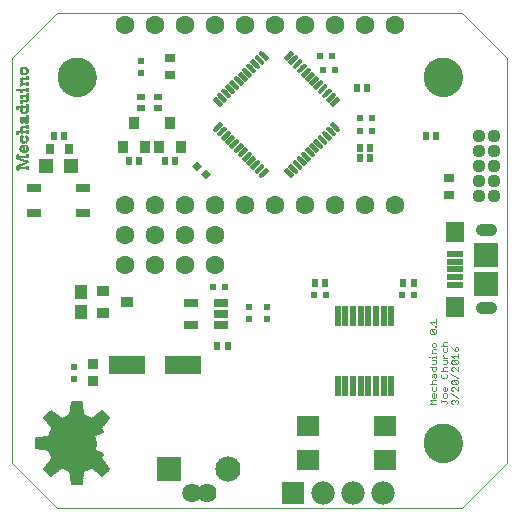
<source format=gts>
G75*
%MOIN*%
%OFA0B0*%
%FSLAX25Y25*%
%IPPOS*%
%LPD*%
%AMOC8*
5,1,8,0,0,1.08239X$1,22.5*
%
%ADD10C,0.00300*%
%ADD11C,0.00000*%
%ADD12C,0.01328*%
%ADD13R,0.02369X0.02369*%
%ADD14R,0.05124X0.05124*%
%ADD15R,0.01975X0.02762*%
%ADD16R,0.02369X0.02369*%
%ADD17R,0.02762X0.03550*%
%ADD18R,0.03550X0.02762*%
%ADD19C,0.04400*%
%ADD20R,0.12211X0.05912*%
%ADD21R,0.03550X0.03550*%
%ADD22R,0.07498X0.06699*%
%ADD23R,0.01975X0.06699*%
%ADD24R,0.08400X0.08400*%
%ADD25C,0.08400*%
%ADD26C,0.12998*%
%ADD27R,0.07800X0.07800*%
%ADD28C,0.07800*%
%ADD29C,0.06400*%
%ADD30R,0.05715X0.01975*%
%ADD31R,0.05912X0.06699*%
%ADD32R,0.07880X0.07880*%
%ADD33C,0.03943*%
%ADD34C,0.00039*%
%ADD35R,0.03943X0.03550*%
%ADD36R,0.04337X0.04731*%
%ADD37R,0.05124X0.02565*%
%ADD38C,0.00591*%
%ADD39R,0.03550X0.03943*%
%ADD40R,0.02762X0.01975*%
%ADD41C,0.06306*%
%ADD42R,0.00025X0.00425*%
%ADD43R,0.00025X0.00350*%
%ADD44R,0.00025X0.00325*%
%ADD45R,0.00025X0.00750*%
%ADD46R,0.00025X0.00650*%
%ADD47R,0.00025X0.00575*%
%ADD48R,0.00025X0.00300*%
%ADD49R,0.00025X0.00675*%
%ADD50R,0.00025X0.01000*%
%ADD51R,0.00025X0.00850*%
%ADD52R,0.00025X0.00875*%
%ADD53R,0.00025X0.01450*%
%ADD54R,0.00025X0.01425*%
%ADD55R,0.00025X0.01150*%
%ADD56R,0.00025X0.01575*%
%ADD57R,0.00025X0.01175*%
%ADD58R,0.00025X0.01075*%
%ADD59R,0.00025X0.00775*%
%ADD60R,0.00025X0.01300*%
%ADD61R,0.00025X0.00600*%
%ADD62R,0.00025X0.01125*%
%ADD63R,0.00025X0.01550*%
%ADD64R,0.00025X0.01625*%
%ADD65R,0.00025X0.01200*%
%ADD66R,0.00025X0.01025*%
%ADD67R,0.00025X0.01275*%
%ADD68R,0.00025X0.00925*%
%ADD69R,0.00025X0.00800*%
%ADD70R,0.00025X0.00725*%
%ADD71R,0.00025X0.01400*%
%ADD72R,0.00025X0.01250*%
%ADD73R,0.00025X0.01100*%
%ADD74R,0.00025X0.01050*%
%ADD75R,0.00025X0.01500*%
%ADD76R,0.00025X0.01350*%
%ADD77R,0.00025X0.01375*%
%ADD78R,0.00025X0.02550*%
%ADD79R,0.00025X0.01675*%
%ADD80R,0.00025X0.01525*%
%ADD81R,0.00025X0.02425*%
%ADD82R,0.00025X0.02600*%
%ADD83R,0.00025X0.01775*%
%ADD84R,0.00025X0.01600*%
%ADD85R,0.00025X0.02450*%
%ADD86R,0.00025X0.02625*%
%ADD87R,0.00025X0.01850*%
%ADD88R,0.00025X0.02500*%
%ADD89R,0.00025X0.02675*%
%ADD90R,0.00025X0.01700*%
%ADD91R,0.00025X0.01925*%
%ADD92R,0.00025X0.01750*%
%ADD93R,0.00025X0.02525*%
%ADD94R,0.00025X0.02700*%
%ADD95R,0.00025X0.02575*%
%ADD96R,0.00025X0.02000*%
%ADD97R,0.00025X0.01825*%
%ADD98R,0.00025X0.02750*%
%ADD99R,0.00025X0.00900*%
%ADD100R,0.00025X0.02050*%
%ADD101R,0.00025X0.01875*%
%ADD102R,0.00025X0.02775*%
%ADD103R,0.00025X0.02075*%
%ADD104R,0.00025X0.02800*%
%ADD105R,0.00025X0.02650*%
%ADD106R,0.00025X0.00950*%
%ADD107R,0.00025X0.01975*%
%ADD108R,0.00025X0.02825*%
%ADD109R,0.00025X0.02100*%
%ADD110R,0.00025X0.02025*%
%ADD111R,0.00025X0.02850*%
%ADD112R,0.00025X0.02875*%
%ADD113R,0.00025X0.02125*%
%ADD114R,0.00025X0.02900*%
%ADD115R,0.00025X0.02725*%
%ADD116R,0.00025X0.02175*%
%ADD117R,0.00025X0.02925*%
%ADD118R,0.00025X0.02150*%
%ADD119R,0.00025X0.02225*%
%ADD120R,0.00025X0.02950*%
%ADD121R,0.00025X0.02275*%
%ADD122R,0.00025X0.02975*%
%ADD123R,0.00025X0.02250*%
%ADD124R,0.00025X0.03000*%
%ADD125R,0.00025X0.02300*%
%ADD126R,0.00025X0.02325*%
%ADD127R,0.00025X0.02375*%
%ADD128R,0.00025X0.03025*%
%ADD129R,0.00025X0.03050*%
%ADD130R,0.00025X0.02400*%
%ADD131R,0.00025X0.01325*%
%ADD132R,0.00025X0.01475*%
%ADD133R,0.00025X0.02475*%
%ADD134R,0.00025X0.03075*%
%ADD135R,0.00025X0.00500*%
%ADD136R,0.00025X0.01225*%
%ADD137R,0.00025X0.00975*%
%ADD138R,0.00025X0.00400*%
%ADD139R,0.00025X0.01725*%
%ADD140R,0.00025X0.00275*%
%ADD141R,0.00025X0.00825*%
%ADD142R,0.00025X0.00200*%
%ADD143R,0.00025X0.00125*%
%ADD144R,0.00025X0.00025*%
%ADD145R,0.00025X0.00700*%
%ADD146R,0.00025X0.00175*%
%ADD147R,0.00025X0.00075*%
%ADD148R,0.00025X0.02200*%
%ADD149R,0.00025X0.00050*%
%ADD150R,0.00025X0.00150*%
%ADD151R,0.00025X0.00475*%
%ADD152R,0.00025X0.02350*%
%ADD153R,0.00025X0.01950*%
%ADD154R,0.00025X0.01800*%
%ADD155R,0.00025X0.01650*%
%ADD156R,0.00025X0.00450*%
%ADD157R,0.00025X0.00375*%
%ADD158R,0.04534X0.02959*%
D10*
X0220080Y0079450D02*
X0220781Y0080151D01*
X0220080Y0080851D01*
X0222182Y0080851D01*
X0221831Y0081660D02*
X0221131Y0081660D01*
X0220781Y0082010D01*
X0220781Y0082711D01*
X0221131Y0083061D01*
X0221481Y0083061D01*
X0221481Y0081660D01*
X0221831Y0081660D02*
X0222182Y0082010D01*
X0222182Y0082711D01*
X0221831Y0083870D02*
X0222182Y0084220D01*
X0222182Y0085271D01*
X0222182Y0086080D02*
X0220080Y0086080D01*
X0220781Y0086430D02*
X0220781Y0087131D01*
X0221131Y0087481D01*
X0222182Y0087481D01*
X0221831Y0088290D02*
X0221481Y0088640D01*
X0221481Y0089691D01*
X0221131Y0089691D02*
X0222182Y0089691D01*
X0222182Y0088640D01*
X0221831Y0088290D01*
X0220781Y0088640D02*
X0220781Y0089340D01*
X0221131Y0089691D01*
X0221131Y0090499D02*
X0220781Y0090850D01*
X0220781Y0091901D01*
X0220080Y0091901D02*
X0222182Y0091901D01*
X0222182Y0090850D01*
X0221831Y0090499D01*
X0221131Y0090499D01*
X0220781Y0092709D02*
X0221831Y0092709D01*
X0222182Y0093060D01*
X0222182Y0094110D01*
X0220781Y0094110D01*
X0220781Y0094919D02*
X0220781Y0095269D01*
X0222182Y0095269D01*
X0222182Y0094919D02*
X0222182Y0095620D01*
X0222182Y0096392D02*
X0220781Y0096392D01*
X0220781Y0097443D01*
X0221131Y0097794D01*
X0222182Y0097794D01*
X0221831Y0098602D02*
X0222182Y0098953D01*
X0222182Y0099653D01*
X0221831Y0100003D01*
X0221131Y0100003D01*
X0220781Y0099653D01*
X0220781Y0098953D01*
X0221131Y0098602D01*
X0221831Y0098602D01*
X0223680Y0098971D02*
X0225782Y0098971D01*
X0225782Y0098162D02*
X0225782Y0097111D01*
X0225431Y0096761D01*
X0224731Y0096761D01*
X0224381Y0097111D01*
X0224381Y0098162D01*
X0224731Y0098971D02*
X0224381Y0099321D01*
X0224381Y0100022D01*
X0224731Y0100372D01*
X0225782Y0100372D01*
X0227280Y0098530D02*
X0227630Y0097830D01*
X0228331Y0097129D01*
X0228331Y0098180D01*
X0228681Y0098530D01*
X0229031Y0098530D01*
X0229382Y0098180D01*
X0229382Y0097479D01*
X0229031Y0097129D01*
X0228331Y0097129D01*
X0229382Y0096320D02*
X0229382Y0094919D01*
X0229382Y0095620D02*
X0227280Y0095620D01*
X0227981Y0094919D01*
X0227630Y0094110D02*
X0229031Y0092709D01*
X0229382Y0093060D01*
X0229382Y0093760D01*
X0229031Y0094110D01*
X0227630Y0094110D01*
X0227280Y0093760D01*
X0227280Y0093060D01*
X0227630Y0092709D01*
X0229031Y0092709D01*
X0229382Y0091901D02*
X0229382Y0090499D01*
X0227981Y0091901D01*
X0227630Y0091901D01*
X0227280Y0091550D01*
X0227280Y0090850D01*
X0227630Y0090499D01*
X0227280Y0089691D02*
X0229382Y0088290D01*
X0229031Y0087481D02*
X0227630Y0087481D01*
X0229031Y0086080D01*
X0229382Y0086430D01*
X0229382Y0087131D01*
X0229031Y0087481D01*
X0227630Y0087481D02*
X0227280Y0087131D01*
X0227280Y0086430D01*
X0227630Y0086080D01*
X0229031Y0086080D01*
X0229382Y0085271D02*
X0229382Y0083870D01*
X0227981Y0085271D01*
X0227630Y0085271D01*
X0227280Y0084921D01*
X0227280Y0084220D01*
X0227630Y0083870D01*
X0227280Y0083061D02*
X0229382Y0081660D01*
X0229031Y0080851D02*
X0229382Y0080501D01*
X0229382Y0079800D01*
X0229031Y0079450D01*
X0228331Y0080151D02*
X0228331Y0080501D01*
X0228681Y0080851D01*
X0229031Y0080851D01*
X0228331Y0080501D02*
X0227981Y0080851D01*
X0227630Y0080851D01*
X0227280Y0080501D01*
X0227280Y0079800D01*
X0227630Y0079450D01*
X0225782Y0079800D02*
X0225782Y0080151D01*
X0225431Y0080501D01*
X0223680Y0080501D01*
X0223680Y0080151D02*
X0223680Y0080851D01*
X0224731Y0081660D02*
X0225431Y0081660D01*
X0225782Y0082010D01*
X0225782Y0082711D01*
X0225431Y0083061D01*
X0224731Y0083061D01*
X0224381Y0082711D01*
X0224381Y0082010D01*
X0224731Y0081660D01*
X0225782Y0079800D02*
X0225431Y0079450D01*
X0222182Y0079450D02*
X0220080Y0079450D01*
X0221131Y0083870D02*
X0221831Y0083870D01*
X0221131Y0083870D02*
X0220781Y0084220D01*
X0220781Y0085271D01*
X0221131Y0086080D02*
X0220781Y0086430D01*
X0223680Y0088640D02*
X0224030Y0088290D01*
X0225431Y0088290D01*
X0225782Y0088640D01*
X0225782Y0089340D01*
X0225431Y0089691D01*
X0225782Y0090499D02*
X0223680Y0090499D01*
X0224381Y0090850D02*
X0224381Y0091550D01*
X0224731Y0091901D01*
X0225782Y0091901D01*
X0225431Y0092709D02*
X0225782Y0093060D01*
X0225782Y0094110D01*
X0224381Y0094110D01*
X0224381Y0094919D02*
X0225782Y0094919D01*
X0225081Y0094919D02*
X0224381Y0095620D01*
X0224381Y0095970D01*
X0224381Y0092709D02*
X0225431Y0092709D01*
X0224381Y0090850D02*
X0224731Y0090499D01*
X0224030Y0089691D02*
X0223680Y0089340D01*
X0223680Y0088640D01*
X0224731Y0085271D02*
X0225081Y0085271D01*
X0225081Y0083870D01*
X0224731Y0083870D02*
X0224381Y0084220D01*
X0224381Y0084921D01*
X0224731Y0085271D01*
X0225782Y0084921D02*
X0225782Y0084220D01*
X0225431Y0083870D01*
X0224731Y0083870D01*
X0220080Y0095269D02*
X0219730Y0095269D01*
X0220430Y0103022D02*
X0220080Y0103372D01*
X0220080Y0104073D01*
X0220430Y0104423D01*
X0221831Y0103022D01*
X0222182Y0103372D01*
X0222182Y0104073D01*
X0221831Y0104423D01*
X0220430Y0104423D01*
X0220430Y0103022D02*
X0221831Y0103022D01*
X0221831Y0105232D02*
X0221831Y0105582D01*
X0222182Y0105582D01*
X0222182Y0105232D01*
X0221831Y0105232D01*
X0222182Y0106337D02*
X0222182Y0107738D01*
X0222182Y0107037D02*
X0220080Y0107037D01*
X0220781Y0106337D01*
D11*
X0095922Y0045000D02*
X0080922Y0060000D01*
X0080922Y0195000D01*
X0095922Y0210000D01*
X0230922Y0210000D01*
X0245922Y0195000D01*
X0245922Y0060000D01*
X0230922Y0045000D01*
X0095922Y0045000D01*
X0096099Y0066476D02*
X0096101Y0066634D01*
X0096107Y0066792D01*
X0096117Y0066950D01*
X0096131Y0067108D01*
X0096149Y0067265D01*
X0096170Y0067422D01*
X0096196Y0067578D01*
X0096226Y0067734D01*
X0096259Y0067889D01*
X0096297Y0068042D01*
X0096338Y0068195D01*
X0096383Y0068347D01*
X0096432Y0068498D01*
X0096485Y0068647D01*
X0096541Y0068795D01*
X0096601Y0068941D01*
X0096665Y0069086D01*
X0096733Y0069229D01*
X0096804Y0069371D01*
X0096878Y0069511D01*
X0096956Y0069648D01*
X0097038Y0069784D01*
X0097122Y0069918D01*
X0097211Y0070049D01*
X0097302Y0070178D01*
X0097397Y0070305D01*
X0097494Y0070430D01*
X0097595Y0070552D01*
X0097699Y0070671D01*
X0097806Y0070788D01*
X0097916Y0070902D01*
X0098029Y0071013D01*
X0098144Y0071122D01*
X0098262Y0071227D01*
X0098383Y0071329D01*
X0098506Y0071429D01*
X0098632Y0071525D01*
X0098760Y0071618D01*
X0098890Y0071708D01*
X0099023Y0071794D01*
X0099158Y0071878D01*
X0099294Y0071957D01*
X0099433Y0072034D01*
X0099574Y0072106D01*
X0099716Y0072176D01*
X0099860Y0072241D01*
X0100006Y0072303D01*
X0100153Y0072361D01*
X0100302Y0072416D01*
X0100452Y0072467D01*
X0100603Y0072514D01*
X0100755Y0072557D01*
X0100908Y0072596D01*
X0101063Y0072632D01*
X0101218Y0072663D01*
X0101374Y0072691D01*
X0101530Y0072715D01*
X0101687Y0072735D01*
X0101845Y0072751D01*
X0102002Y0072763D01*
X0102161Y0072771D01*
X0102319Y0072775D01*
X0102477Y0072775D01*
X0102635Y0072771D01*
X0102794Y0072763D01*
X0102951Y0072751D01*
X0103109Y0072735D01*
X0103266Y0072715D01*
X0103422Y0072691D01*
X0103578Y0072663D01*
X0103733Y0072632D01*
X0103888Y0072596D01*
X0104041Y0072557D01*
X0104193Y0072514D01*
X0104344Y0072467D01*
X0104494Y0072416D01*
X0104643Y0072361D01*
X0104790Y0072303D01*
X0104936Y0072241D01*
X0105080Y0072176D01*
X0105222Y0072106D01*
X0105363Y0072034D01*
X0105502Y0071957D01*
X0105638Y0071878D01*
X0105773Y0071794D01*
X0105906Y0071708D01*
X0106036Y0071618D01*
X0106164Y0071525D01*
X0106290Y0071429D01*
X0106413Y0071329D01*
X0106534Y0071227D01*
X0106652Y0071122D01*
X0106767Y0071013D01*
X0106880Y0070902D01*
X0106990Y0070788D01*
X0107097Y0070671D01*
X0107201Y0070552D01*
X0107302Y0070430D01*
X0107399Y0070305D01*
X0107494Y0070178D01*
X0107585Y0070049D01*
X0107674Y0069918D01*
X0107758Y0069784D01*
X0107840Y0069648D01*
X0107918Y0069511D01*
X0107992Y0069371D01*
X0108063Y0069229D01*
X0108131Y0069086D01*
X0108195Y0068941D01*
X0108255Y0068795D01*
X0108311Y0068647D01*
X0108364Y0068498D01*
X0108413Y0068347D01*
X0108458Y0068195D01*
X0108499Y0068042D01*
X0108537Y0067889D01*
X0108570Y0067734D01*
X0108600Y0067578D01*
X0108626Y0067422D01*
X0108647Y0067265D01*
X0108665Y0067108D01*
X0108679Y0066950D01*
X0108689Y0066792D01*
X0108695Y0066634D01*
X0108697Y0066476D01*
X0108695Y0066318D01*
X0108689Y0066160D01*
X0108679Y0066002D01*
X0108665Y0065844D01*
X0108647Y0065687D01*
X0108626Y0065530D01*
X0108600Y0065374D01*
X0108570Y0065218D01*
X0108537Y0065063D01*
X0108499Y0064910D01*
X0108458Y0064757D01*
X0108413Y0064605D01*
X0108364Y0064454D01*
X0108311Y0064305D01*
X0108255Y0064157D01*
X0108195Y0064011D01*
X0108131Y0063866D01*
X0108063Y0063723D01*
X0107992Y0063581D01*
X0107918Y0063441D01*
X0107840Y0063304D01*
X0107758Y0063168D01*
X0107674Y0063034D01*
X0107585Y0062903D01*
X0107494Y0062774D01*
X0107399Y0062647D01*
X0107302Y0062522D01*
X0107201Y0062400D01*
X0107097Y0062281D01*
X0106990Y0062164D01*
X0106880Y0062050D01*
X0106767Y0061939D01*
X0106652Y0061830D01*
X0106534Y0061725D01*
X0106413Y0061623D01*
X0106290Y0061523D01*
X0106164Y0061427D01*
X0106036Y0061334D01*
X0105906Y0061244D01*
X0105773Y0061158D01*
X0105638Y0061074D01*
X0105502Y0060995D01*
X0105363Y0060918D01*
X0105222Y0060846D01*
X0105080Y0060776D01*
X0104936Y0060711D01*
X0104790Y0060649D01*
X0104643Y0060591D01*
X0104494Y0060536D01*
X0104344Y0060485D01*
X0104193Y0060438D01*
X0104041Y0060395D01*
X0103888Y0060356D01*
X0103733Y0060320D01*
X0103578Y0060289D01*
X0103422Y0060261D01*
X0103266Y0060237D01*
X0103109Y0060217D01*
X0102951Y0060201D01*
X0102794Y0060189D01*
X0102635Y0060181D01*
X0102477Y0060177D01*
X0102319Y0060177D01*
X0102161Y0060181D01*
X0102002Y0060189D01*
X0101845Y0060201D01*
X0101687Y0060217D01*
X0101530Y0060237D01*
X0101374Y0060261D01*
X0101218Y0060289D01*
X0101063Y0060320D01*
X0100908Y0060356D01*
X0100755Y0060395D01*
X0100603Y0060438D01*
X0100452Y0060485D01*
X0100302Y0060536D01*
X0100153Y0060591D01*
X0100006Y0060649D01*
X0099860Y0060711D01*
X0099716Y0060776D01*
X0099574Y0060846D01*
X0099433Y0060918D01*
X0099294Y0060995D01*
X0099158Y0061074D01*
X0099023Y0061158D01*
X0098890Y0061244D01*
X0098760Y0061334D01*
X0098632Y0061427D01*
X0098506Y0061523D01*
X0098383Y0061623D01*
X0098262Y0061725D01*
X0098144Y0061830D01*
X0098029Y0061939D01*
X0097916Y0062050D01*
X0097806Y0062164D01*
X0097699Y0062281D01*
X0097595Y0062400D01*
X0097494Y0062522D01*
X0097397Y0062647D01*
X0097302Y0062774D01*
X0097211Y0062903D01*
X0097122Y0063034D01*
X0097038Y0063168D01*
X0096956Y0063304D01*
X0096878Y0063441D01*
X0096804Y0063581D01*
X0096733Y0063723D01*
X0096665Y0063866D01*
X0096601Y0064011D01*
X0096541Y0064157D01*
X0096485Y0064305D01*
X0096432Y0064454D01*
X0096383Y0064605D01*
X0096338Y0064757D01*
X0096297Y0064910D01*
X0096259Y0065063D01*
X0096226Y0065218D01*
X0096196Y0065374D01*
X0096170Y0065530D01*
X0096149Y0065687D01*
X0096131Y0065844D01*
X0096117Y0066002D01*
X0096107Y0066160D01*
X0096101Y0066318D01*
X0096099Y0066476D01*
X0218146Y0066476D02*
X0218148Y0066634D01*
X0218154Y0066792D01*
X0218164Y0066950D01*
X0218178Y0067108D01*
X0218196Y0067265D01*
X0218217Y0067422D01*
X0218243Y0067578D01*
X0218273Y0067734D01*
X0218306Y0067889D01*
X0218344Y0068042D01*
X0218385Y0068195D01*
X0218430Y0068347D01*
X0218479Y0068498D01*
X0218532Y0068647D01*
X0218588Y0068795D01*
X0218648Y0068941D01*
X0218712Y0069086D01*
X0218780Y0069229D01*
X0218851Y0069371D01*
X0218925Y0069511D01*
X0219003Y0069648D01*
X0219085Y0069784D01*
X0219169Y0069918D01*
X0219258Y0070049D01*
X0219349Y0070178D01*
X0219444Y0070305D01*
X0219541Y0070430D01*
X0219642Y0070552D01*
X0219746Y0070671D01*
X0219853Y0070788D01*
X0219963Y0070902D01*
X0220076Y0071013D01*
X0220191Y0071122D01*
X0220309Y0071227D01*
X0220430Y0071329D01*
X0220553Y0071429D01*
X0220679Y0071525D01*
X0220807Y0071618D01*
X0220937Y0071708D01*
X0221070Y0071794D01*
X0221205Y0071878D01*
X0221341Y0071957D01*
X0221480Y0072034D01*
X0221621Y0072106D01*
X0221763Y0072176D01*
X0221907Y0072241D01*
X0222053Y0072303D01*
X0222200Y0072361D01*
X0222349Y0072416D01*
X0222499Y0072467D01*
X0222650Y0072514D01*
X0222802Y0072557D01*
X0222955Y0072596D01*
X0223110Y0072632D01*
X0223265Y0072663D01*
X0223421Y0072691D01*
X0223577Y0072715D01*
X0223734Y0072735D01*
X0223892Y0072751D01*
X0224049Y0072763D01*
X0224208Y0072771D01*
X0224366Y0072775D01*
X0224524Y0072775D01*
X0224682Y0072771D01*
X0224841Y0072763D01*
X0224998Y0072751D01*
X0225156Y0072735D01*
X0225313Y0072715D01*
X0225469Y0072691D01*
X0225625Y0072663D01*
X0225780Y0072632D01*
X0225935Y0072596D01*
X0226088Y0072557D01*
X0226240Y0072514D01*
X0226391Y0072467D01*
X0226541Y0072416D01*
X0226690Y0072361D01*
X0226837Y0072303D01*
X0226983Y0072241D01*
X0227127Y0072176D01*
X0227269Y0072106D01*
X0227410Y0072034D01*
X0227549Y0071957D01*
X0227685Y0071878D01*
X0227820Y0071794D01*
X0227953Y0071708D01*
X0228083Y0071618D01*
X0228211Y0071525D01*
X0228337Y0071429D01*
X0228460Y0071329D01*
X0228581Y0071227D01*
X0228699Y0071122D01*
X0228814Y0071013D01*
X0228927Y0070902D01*
X0229037Y0070788D01*
X0229144Y0070671D01*
X0229248Y0070552D01*
X0229349Y0070430D01*
X0229446Y0070305D01*
X0229541Y0070178D01*
X0229632Y0070049D01*
X0229721Y0069918D01*
X0229805Y0069784D01*
X0229887Y0069648D01*
X0229965Y0069511D01*
X0230039Y0069371D01*
X0230110Y0069229D01*
X0230178Y0069086D01*
X0230242Y0068941D01*
X0230302Y0068795D01*
X0230358Y0068647D01*
X0230411Y0068498D01*
X0230460Y0068347D01*
X0230505Y0068195D01*
X0230546Y0068042D01*
X0230584Y0067889D01*
X0230617Y0067734D01*
X0230647Y0067578D01*
X0230673Y0067422D01*
X0230694Y0067265D01*
X0230712Y0067108D01*
X0230726Y0066950D01*
X0230736Y0066792D01*
X0230742Y0066634D01*
X0230744Y0066476D01*
X0230742Y0066318D01*
X0230736Y0066160D01*
X0230726Y0066002D01*
X0230712Y0065844D01*
X0230694Y0065687D01*
X0230673Y0065530D01*
X0230647Y0065374D01*
X0230617Y0065218D01*
X0230584Y0065063D01*
X0230546Y0064910D01*
X0230505Y0064757D01*
X0230460Y0064605D01*
X0230411Y0064454D01*
X0230358Y0064305D01*
X0230302Y0064157D01*
X0230242Y0064011D01*
X0230178Y0063866D01*
X0230110Y0063723D01*
X0230039Y0063581D01*
X0229965Y0063441D01*
X0229887Y0063304D01*
X0229805Y0063168D01*
X0229721Y0063034D01*
X0229632Y0062903D01*
X0229541Y0062774D01*
X0229446Y0062647D01*
X0229349Y0062522D01*
X0229248Y0062400D01*
X0229144Y0062281D01*
X0229037Y0062164D01*
X0228927Y0062050D01*
X0228814Y0061939D01*
X0228699Y0061830D01*
X0228581Y0061725D01*
X0228460Y0061623D01*
X0228337Y0061523D01*
X0228211Y0061427D01*
X0228083Y0061334D01*
X0227953Y0061244D01*
X0227820Y0061158D01*
X0227685Y0061074D01*
X0227549Y0060995D01*
X0227410Y0060918D01*
X0227269Y0060846D01*
X0227127Y0060776D01*
X0226983Y0060711D01*
X0226837Y0060649D01*
X0226690Y0060591D01*
X0226541Y0060536D01*
X0226391Y0060485D01*
X0226240Y0060438D01*
X0226088Y0060395D01*
X0225935Y0060356D01*
X0225780Y0060320D01*
X0225625Y0060289D01*
X0225469Y0060261D01*
X0225313Y0060237D01*
X0225156Y0060217D01*
X0224998Y0060201D01*
X0224841Y0060189D01*
X0224682Y0060181D01*
X0224524Y0060177D01*
X0224366Y0060177D01*
X0224208Y0060181D01*
X0224049Y0060189D01*
X0223892Y0060201D01*
X0223734Y0060217D01*
X0223577Y0060237D01*
X0223421Y0060261D01*
X0223265Y0060289D01*
X0223110Y0060320D01*
X0222955Y0060356D01*
X0222802Y0060395D01*
X0222650Y0060438D01*
X0222499Y0060485D01*
X0222349Y0060536D01*
X0222200Y0060591D01*
X0222053Y0060649D01*
X0221907Y0060711D01*
X0221763Y0060776D01*
X0221621Y0060846D01*
X0221480Y0060918D01*
X0221341Y0060995D01*
X0221205Y0061074D01*
X0221070Y0061158D01*
X0220937Y0061244D01*
X0220807Y0061334D01*
X0220679Y0061427D01*
X0220553Y0061523D01*
X0220430Y0061623D01*
X0220309Y0061725D01*
X0220191Y0061830D01*
X0220076Y0061939D01*
X0219963Y0062050D01*
X0219853Y0062164D01*
X0219746Y0062281D01*
X0219642Y0062400D01*
X0219541Y0062522D01*
X0219444Y0062647D01*
X0219349Y0062774D01*
X0219258Y0062903D01*
X0219169Y0063034D01*
X0219085Y0063168D01*
X0219003Y0063304D01*
X0218925Y0063441D01*
X0218851Y0063581D01*
X0218780Y0063723D01*
X0218712Y0063866D01*
X0218648Y0064011D01*
X0218588Y0064157D01*
X0218532Y0064305D01*
X0218479Y0064454D01*
X0218430Y0064605D01*
X0218385Y0064757D01*
X0218344Y0064910D01*
X0218306Y0065063D01*
X0218273Y0065218D01*
X0218243Y0065374D01*
X0218217Y0065530D01*
X0218196Y0065687D01*
X0218178Y0065844D01*
X0218164Y0066002D01*
X0218154Y0066160D01*
X0218148Y0066318D01*
X0218146Y0066476D01*
X0218146Y0188524D02*
X0218148Y0188682D01*
X0218154Y0188840D01*
X0218164Y0188998D01*
X0218178Y0189156D01*
X0218196Y0189313D01*
X0218217Y0189470D01*
X0218243Y0189626D01*
X0218273Y0189782D01*
X0218306Y0189937D01*
X0218344Y0190090D01*
X0218385Y0190243D01*
X0218430Y0190395D01*
X0218479Y0190546D01*
X0218532Y0190695D01*
X0218588Y0190843D01*
X0218648Y0190989D01*
X0218712Y0191134D01*
X0218780Y0191277D01*
X0218851Y0191419D01*
X0218925Y0191559D01*
X0219003Y0191696D01*
X0219085Y0191832D01*
X0219169Y0191966D01*
X0219258Y0192097D01*
X0219349Y0192226D01*
X0219444Y0192353D01*
X0219541Y0192478D01*
X0219642Y0192600D01*
X0219746Y0192719D01*
X0219853Y0192836D01*
X0219963Y0192950D01*
X0220076Y0193061D01*
X0220191Y0193170D01*
X0220309Y0193275D01*
X0220430Y0193377D01*
X0220553Y0193477D01*
X0220679Y0193573D01*
X0220807Y0193666D01*
X0220937Y0193756D01*
X0221070Y0193842D01*
X0221205Y0193926D01*
X0221341Y0194005D01*
X0221480Y0194082D01*
X0221621Y0194154D01*
X0221763Y0194224D01*
X0221907Y0194289D01*
X0222053Y0194351D01*
X0222200Y0194409D01*
X0222349Y0194464D01*
X0222499Y0194515D01*
X0222650Y0194562D01*
X0222802Y0194605D01*
X0222955Y0194644D01*
X0223110Y0194680D01*
X0223265Y0194711D01*
X0223421Y0194739D01*
X0223577Y0194763D01*
X0223734Y0194783D01*
X0223892Y0194799D01*
X0224049Y0194811D01*
X0224208Y0194819D01*
X0224366Y0194823D01*
X0224524Y0194823D01*
X0224682Y0194819D01*
X0224841Y0194811D01*
X0224998Y0194799D01*
X0225156Y0194783D01*
X0225313Y0194763D01*
X0225469Y0194739D01*
X0225625Y0194711D01*
X0225780Y0194680D01*
X0225935Y0194644D01*
X0226088Y0194605D01*
X0226240Y0194562D01*
X0226391Y0194515D01*
X0226541Y0194464D01*
X0226690Y0194409D01*
X0226837Y0194351D01*
X0226983Y0194289D01*
X0227127Y0194224D01*
X0227269Y0194154D01*
X0227410Y0194082D01*
X0227549Y0194005D01*
X0227685Y0193926D01*
X0227820Y0193842D01*
X0227953Y0193756D01*
X0228083Y0193666D01*
X0228211Y0193573D01*
X0228337Y0193477D01*
X0228460Y0193377D01*
X0228581Y0193275D01*
X0228699Y0193170D01*
X0228814Y0193061D01*
X0228927Y0192950D01*
X0229037Y0192836D01*
X0229144Y0192719D01*
X0229248Y0192600D01*
X0229349Y0192478D01*
X0229446Y0192353D01*
X0229541Y0192226D01*
X0229632Y0192097D01*
X0229721Y0191966D01*
X0229805Y0191832D01*
X0229887Y0191696D01*
X0229965Y0191559D01*
X0230039Y0191419D01*
X0230110Y0191277D01*
X0230178Y0191134D01*
X0230242Y0190989D01*
X0230302Y0190843D01*
X0230358Y0190695D01*
X0230411Y0190546D01*
X0230460Y0190395D01*
X0230505Y0190243D01*
X0230546Y0190090D01*
X0230584Y0189937D01*
X0230617Y0189782D01*
X0230647Y0189626D01*
X0230673Y0189470D01*
X0230694Y0189313D01*
X0230712Y0189156D01*
X0230726Y0188998D01*
X0230736Y0188840D01*
X0230742Y0188682D01*
X0230744Y0188524D01*
X0230742Y0188366D01*
X0230736Y0188208D01*
X0230726Y0188050D01*
X0230712Y0187892D01*
X0230694Y0187735D01*
X0230673Y0187578D01*
X0230647Y0187422D01*
X0230617Y0187266D01*
X0230584Y0187111D01*
X0230546Y0186958D01*
X0230505Y0186805D01*
X0230460Y0186653D01*
X0230411Y0186502D01*
X0230358Y0186353D01*
X0230302Y0186205D01*
X0230242Y0186059D01*
X0230178Y0185914D01*
X0230110Y0185771D01*
X0230039Y0185629D01*
X0229965Y0185489D01*
X0229887Y0185352D01*
X0229805Y0185216D01*
X0229721Y0185082D01*
X0229632Y0184951D01*
X0229541Y0184822D01*
X0229446Y0184695D01*
X0229349Y0184570D01*
X0229248Y0184448D01*
X0229144Y0184329D01*
X0229037Y0184212D01*
X0228927Y0184098D01*
X0228814Y0183987D01*
X0228699Y0183878D01*
X0228581Y0183773D01*
X0228460Y0183671D01*
X0228337Y0183571D01*
X0228211Y0183475D01*
X0228083Y0183382D01*
X0227953Y0183292D01*
X0227820Y0183206D01*
X0227685Y0183122D01*
X0227549Y0183043D01*
X0227410Y0182966D01*
X0227269Y0182894D01*
X0227127Y0182824D01*
X0226983Y0182759D01*
X0226837Y0182697D01*
X0226690Y0182639D01*
X0226541Y0182584D01*
X0226391Y0182533D01*
X0226240Y0182486D01*
X0226088Y0182443D01*
X0225935Y0182404D01*
X0225780Y0182368D01*
X0225625Y0182337D01*
X0225469Y0182309D01*
X0225313Y0182285D01*
X0225156Y0182265D01*
X0224998Y0182249D01*
X0224841Y0182237D01*
X0224682Y0182229D01*
X0224524Y0182225D01*
X0224366Y0182225D01*
X0224208Y0182229D01*
X0224049Y0182237D01*
X0223892Y0182249D01*
X0223734Y0182265D01*
X0223577Y0182285D01*
X0223421Y0182309D01*
X0223265Y0182337D01*
X0223110Y0182368D01*
X0222955Y0182404D01*
X0222802Y0182443D01*
X0222650Y0182486D01*
X0222499Y0182533D01*
X0222349Y0182584D01*
X0222200Y0182639D01*
X0222053Y0182697D01*
X0221907Y0182759D01*
X0221763Y0182824D01*
X0221621Y0182894D01*
X0221480Y0182966D01*
X0221341Y0183043D01*
X0221205Y0183122D01*
X0221070Y0183206D01*
X0220937Y0183292D01*
X0220807Y0183382D01*
X0220679Y0183475D01*
X0220553Y0183571D01*
X0220430Y0183671D01*
X0220309Y0183773D01*
X0220191Y0183878D01*
X0220076Y0183987D01*
X0219963Y0184098D01*
X0219853Y0184212D01*
X0219746Y0184329D01*
X0219642Y0184448D01*
X0219541Y0184570D01*
X0219444Y0184695D01*
X0219349Y0184822D01*
X0219258Y0184951D01*
X0219169Y0185082D01*
X0219085Y0185216D01*
X0219003Y0185352D01*
X0218925Y0185489D01*
X0218851Y0185629D01*
X0218780Y0185771D01*
X0218712Y0185914D01*
X0218648Y0186059D01*
X0218588Y0186205D01*
X0218532Y0186353D01*
X0218479Y0186502D01*
X0218430Y0186653D01*
X0218385Y0186805D01*
X0218344Y0186958D01*
X0218306Y0187111D01*
X0218273Y0187266D01*
X0218243Y0187422D01*
X0218217Y0187578D01*
X0218196Y0187735D01*
X0218178Y0187892D01*
X0218164Y0188050D01*
X0218154Y0188208D01*
X0218148Y0188366D01*
X0218146Y0188524D01*
X0096099Y0188524D02*
X0096101Y0188682D01*
X0096107Y0188840D01*
X0096117Y0188998D01*
X0096131Y0189156D01*
X0096149Y0189313D01*
X0096170Y0189470D01*
X0096196Y0189626D01*
X0096226Y0189782D01*
X0096259Y0189937D01*
X0096297Y0190090D01*
X0096338Y0190243D01*
X0096383Y0190395D01*
X0096432Y0190546D01*
X0096485Y0190695D01*
X0096541Y0190843D01*
X0096601Y0190989D01*
X0096665Y0191134D01*
X0096733Y0191277D01*
X0096804Y0191419D01*
X0096878Y0191559D01*
X0096956Y0191696D01*
X0097038Y0191832D01*
X0097122Y0191966D01*
X0097211Y0192097D01*
X0097302Y0192226D01*
X0097397Y0192353D01*
X0097494Y0192478D01*
X0097595Y0192600D01*
X0097699Y0192719D01*
X0097806Y0192836D01*
X0097916Y0192950D01*
X0098029Y0193061D01*
X0098144Y0193170D01*
X0098262Y0193275D01*
X0098383Y0193377D01*
X0098506Y0193477D01*
X0098632Y0193573D01*
X0098760Y0193666D01*
X0098890Y0193756D01*
X0099023Y0193842D01*
X0099158Y0193926D01*
X0099294Y0194005D01*
X0099433Y0194082D01*
X0099574Y0194154D01*
X0099716Y0194224D01*
X0099860Y0194289D01*
X0100006Y0194351D01*
X0100153Y0194409D01*
X0100302Y0194464D01*
X0100452Y0194515D01*
X0100603Y0194562D01*
X0100755Y0194605D01*
X0100908Y0194644D01*
X0101063Y0194680D01*
X0101218Y0194711D01*
X0101374Y0194739D01*
X0101530Y0194763D01*
X0101687Y0194783D01*
X0101845Y0194799D01*
X0102002Y0194811D01*
X0102161Y0194819D01*
X0102319Y0194823D01*
X0102477Y0194823D01*
X0102635Y0194819D01*
X0102794Y0194811D01*
X0102951Y0194799D01*
X0103109Y0194783D01*
X0103266Y0194763D01*
X0103422Y0194739D01*
X0103578Y0194711D01*
X0103733Y0194680D01*
X0103888Y0194644D01*
X0104041Y0194605D01*
X0104193Y0194562D01*
X0104344Y0194515D01*
X0104494Y0194464D01*
X0104643Y0194409D01*
X0104790Y0194351D01*
X0104936Y0194289D01*
X0105080Y0194224D01*
X0105222Y0194154D01*
X0105363Y0194082D01*
X0105502Y0194005D01*
X0105638Y0193926D01*
X0105773Y0193842D01*
X0105906Y0193756D01*
X0106036Y0193666D01*
X0106164Y0193573D01*
X0106290Y0193477D01*
X0106413Y0193377D01*
X0106534Y0193275D01*
X0106652Y0193170D01*
X0106767Y0193061D01*
X0106880Y0192950D01*
X0106990Y0192836D01*
X0107097Y0192719D01*
X0107201Y0192600D01*
X0107302Y0192478D01*
X0107399Y0192353D01*
X0107494Y0192226D01*
X0107585Y0192097D01*
X0107674Y0191966D01*
X0107758Y0191832D01*
X0107840Y0191696D01*
X0107918Y0191559D01*
X0107992Y0191419D01*
X0108063Y0191277D01*
X0108131Y0191134D01*
X0108195Y0190989D01*
X0108255Y0190843D01*
X0108311Y0190695D01*
X0108364Y0190546D01*
X0108413Y0190395D01*
X0108458Y0190243D01*
X0108499Y0190090D01*
X0108537Y0189937D01*
X0108570Y0189782D01*
X0108600Y0189626D01*
X0108626Y0189470D01*
X0108647Y0189313D01*
X0108665Y0189156D01*
X0108679Y0188998D01*
X0108689Y0188840D01*
X0108695Y0188682D01*
X0108697Y0188524D01*
X0108695Y0188366D01*
X0108689Y0188208D01*
X0108679Y0188050D01*
X0108665Y0187892D01*
X0108647Y0187735D01*
X0108626Y0187578D01*
X0108600Y0187422D01*
X0108570Y0187266D01*
X0108537Y0187111D01*
X0108499Y0186958D01*
X0108458Y0186805D01*
X0108413Y0186653D01*
X0108364Y0186502D01*
X0108311Y0186353D01*
X0108255Y0186205D01*
X0108195Y0186059D01*
X0108131Y0185914D01*
X0108063Y0185771D01*
X0107992Y0185629D01*
X0107918Y0185489D01*
X0107840Y0185352D01*
X0107758Y0185216D01*
X0107674Y0185082D01*
X0107585Y0184951D01*
X0107494Y0184822D01*
X0107399Y0184695D01*
X0107302Y0184570D01*
X0107201Y0184448D01*
X0107097Y0184329D01*
X0106990Y0184212D01*
X0106880Y0184098D01*
X0106767Y0183987D01*
X0106652Y0183878D01*
X0106534Y0183773D01*
X0106413Y0183671D01*
X0106290Y0183571D01*
X0106164Y0183475D01*
X0106036Y0183382D01*
X0105906Y0183292D01*
X0105773Y0183206D01*
X0105638Y0183122D01*
X0105502Y0183043D01*
X0105363Y0182966D01*
X0105222Y0182894D01*
X0105080Y0182824D01*
X0104936Y0182759D01*
X0104790Y0182697D01*
X0104643Y0182639D01*
X0104494Y0182584D01*
X0104344Y0182533D01*
X0104193Y0182486D01*
X0104041Y0182443D01*
X0103888Y0182404D01*
X0103733Y0182368D01*
X0103578Y0182337D01*
X0103422Y0182309D01*
X0103266Y0182285D01*
X0103109Y0182265D01*
X0102951Y0182249D01*
X0102794Y0182237D01*
X0102635Y0182229D01*
X0102477Y0182225D01*
X0102319Y0182225D01*
X0102161Y0182229D01*
X0102002Y0182237D01*
X0101845Y0182249D01*
X0101687Y0182265D01*
X0101530Y0182285D01*
X0101374Y0182309D01*
X0101218Y0182337D01*
X0101063Y0182368D01*
X0100908Y0182404D01*
X0100755Y0182443D01*
X0100603Y0182486D01*
X0100452Y0182533D01*
X0100302Y0182584D01*
X0100153Y0182639D01*
X0100006Y0182697D01*
X0099860Y0182759D01*
X0099716Y0182824D01*
X0099574Y0182894D01*
X0099433Y0182966D01*
X0099294Y0183043D01*
X0099158Y0183122D01*
X0099023Y0183206D01*
X0098890Y0183292D01*
X0098760Y0183382D01*
X0098632Y0183475D01*
X0098506Y0183571D01*
X0098383Y0183671D01*
X0098262Y0183773D01*
X0098144Y0183878D01*
X0098029Y0183987D01*
X0097916Y0184098D01*
X0097806Y0184212D01*
X0097699Y0184329D01*
X0097595Y0184448D01*
X0097494Y0184570D01*
X0097397Y0184695D01*
X0097302Y0184822D01*
X0097211Y0184951D01*
X0097122Y0185082D01*
X0097038Y0185216D01*
X0096956Y0185352D01*
X0096878Y0185489D01*
X0096804Y0185629D01*
X0096733Y0185771D01*
X0096665Y0185914D01*
X0096601Y0186059D01*
X0096541Y0186205D01*
X0096485Y0186353D01*
X0096432Y0186502D01*
X0096383Y0186653D01*
X0096338Y0186805D01*
X0096297Y0186958D01*
X0096259Y0187111D01*
X0096226Y0187266D01*
X0096196Y0187422D01*
X0096170Y0187578D01*
X0096149Y0187735D01*
X0096131Y0187892D01*
X0096117Y0188050D01*
X0096107Y0188208D01*
X0096101Y0188366D01*
X0096099Y0188524D01*
D12*
X0148393Y0180982D02*
X0150102Y0179273D01*
X0148393Y0180982D02*
X0148628Y0181217D01*
X0150337Y0179508D01*
X0150102Y0179273D01*
X0149245Y0180600D02*
X0148775Y0180600D01*
X0149785Y0182374D02*
X0151494Y0180665D01*
X0149785Y0182374D02*
X0150020Y0182609D01*
X0151729Y0180900D01*
X0151494Y0180665D01*
X0150637Y0181992D02*
X0150167Y0181992D01*
X0151177Y0183766D02*
X0152886Y0182057D01*
X0151177Y0183766D02*
X0151412Y0184001D01*
X0153121Y0182292D01*
X0152886Y0182057D01*
X0152029Y0183384D02*
X0151559Y0183384D01*
X0152569Y0185158D02*
X0154278Y0183449D01*
X0152569Y0185158D02*
X0152804Y0185393D01*
X0154513Y0183684D01*
X0154278Y0183449D01*
X0153421Y0184776D02*
X0152951Y0184776D01*
X0153961Y0186550D02*
X0155670Y0184841D01*
X0153961Y0186550D02*
X0154196Y0186785D01*
X0155905Y0185076D01*
X0155670Y0184841D01*
X0154813Y0186168D02*
X0154343Y0186168D01*
X0155353Y0187942D02*
X0157062Y0186233D01*
X0155353Y0187942D02*
X0155588Y0188177D01*
X0157297Y0186468D01*
X0157062Y0186233D01*
X0156205Y0187560D02*
X0155735Y0187560D01*
X0156745Y0189334D02*
X0158454Y0187625D01*
X0156745Y0189334D02*
X0156980Y0189569D01*
X0158689Y0187860D01*
X0158454Y0187625D01*
X0157597Y0188952D02*
X0157127Y0188952D01*
X0158137Y0190726D02*
X0159846Y0189017D01*
X0158137Y0190726D02*
X0158372Y0190961D01*
X0160081Y0189252D01*
X0159846Y0189017D01*
X0158989Y0190344D02*
X0158519Y0190344D01*
X0159528Y0192118D02*
X0161237Y0190409D01*
X0159528Y0192118D02*
X0159763Y0192353D01*
X0161472Y0190644D01*
X0161237Y0190409D01*
X0160380Y0191736D02*
X0159910Y0191736D01*
X0160920Y0193510D02*
X0162629Y0191801D01*
X0160920Y0193510D02*
X0161155Y0193745D01*
X0162864Y0192036D01*
X0162629Y0191801D01*
X0161772Y0193128D02*
X0161302Y0193128D01*
X0162312Y0194902D02*
X0164021Y0193193D01*
X0162312Y0194902D02*
X0162547Y0195137D01*
X0164256Y0193428D01*
X0164021Y0193193D01*
X0163164Y0194520D02*
X0162694Y0194520D01*
X0163704Y0196294D02*
X0165413Y0194585D01*
X0163704Y0196294D02*
X0163939Y0196529D01*
X0165648Y0194820D01*
X0165413Y0194585D01*
X0164556Y0195912D02*
X0164086Y0195912D01*
X0172430Y0194585D02*
X0174139Y0196294D01*
X0172430Y0194585D02*
X0172195Y0194820D01*
X0173904Y0196529D01*
X0174139Y0196294D01*
X0173757Y0195912D02*
X0173287Y0195912D01*
X0175531Y0194902D02*
X0173822Y0193193D01*
X0173587Y0193428D01*
X0175296Y0195137D01*
X0175531Y0194902D01*
X0175149Y0194520D02*
X0174679Y0194520D01*
X0176923Y0193510D02*
X0175214Y0191801D01*
X0174979Y0192036D01*
X0176688Y0193745D01*
X0176923Y0193510D01*
X0176541Y0193128D02*
X0176071Y0193128D01*
X0178315Y0192118D02*
X0176606Y0190409D01*
X0176371Y0190644D01*
X0178080Y0192353D01*
X0178315Y0192118D01*
X0177933Y0191736D02*
X0177463Y0191736D01*
X0179707Y0190726D02*
X0177998Y0189017D01*
X0177763Y0189252D01*
X0179472Y0190961D01*
X0179707Y0190726D01*
X0179325Y0190344D02*
X0178855Y0190344D01*
X0181099Y0189334D02*
X0179390Y0187625D01*
X0179155Y0187860D01*
X0180864Y0189569D01*
X0181099Y0189334D01*
X0180717Y0188952D02*
X0180247Y0188952D01*
X0182491Y0187942D02*
X0180782Y0186233D01*
X0180547Y0186468D01*
X0182256Y0188177D01*
X0182491Y0187942D01*
X0182109Y0187560D02*
X0181639Y0187560D01*
X0183883Y0186550D02*
X0182174Y0184841D01*
X0181939Y0185076D01*
X0183648Y0186785D01*
X0183883Y0186550D01*
X0183501Y0186168D02*
X0183031Y0186168D01*
X0185275Y0185158D02*
X0183566Y0183449D01*
X0183331Y0183684D01*
X0185040Y0185393D01*
X0185275Y0185158D01*
X0184893Y0184776D02*
X0184423Y0184776D01*
X0186667Y0183766D02*
X0184958Y0182057D01*
X0184723Y0182292D01*
X0186432Y0184001D01*
X0186667Y0183766D01*
X0186285Y0183384D02*
X0185815Y0183384D01*
X0188059Y0182374D02*
X0186350Y0180665D01*
X0186115Y0180900D01*
X0187824Y0182609D01*
X0188059Y0182374D01*
X0187677Y0181992D02*
X0187207Y0181992D01*
X0189451Y0180982D02*
X0187742Y0179273D01*
X0187507Y0179508D01*
X0189216Y0181217D01*
X0189451Y0180982D01*
X0189069Y0180600D02*
X0188599Y0180600D01*
X0187507Y0172492D02*
X0189216Y0170783D01*
X0187507Y0172492D02*
X0187742Y0172727D01*
X0189451Y0171018D01*
X0189216Y0170783D01*
X0188359Y0172110D02*
X0187889Y0172110D01*
X0186115Y0171100D02*
X0187824Y0169391D01*
X0186115Y0171100D02*
X0186350Y0171335D01*
X0188059Y0169626D01*
X0187824Y0169391D01*
X0186967Y0170718D02*
X0186497Y0170718D01*
X0184723Y0169708D02*
X0186432Y0167999D01*
X0184723Y0169708D02*
X0184958Y0169943D01*
X0186667Y0168234D01*
X0186432Y0167999D01*
X0185575Y0169326D02*
X0185105Y0169326D01*
X0183331Y0168316D02*
X0185040Y0166607D01*
X0183331Y0168316D02*
X0183566Y0168551D01*
X0185275Y0166842D01*
X0185040Y0166607D01*
X0184183Y0167934D02*
X0183713Y0167934D01*
X0181939Y0166924D02*
X0183648Y0165215D01*
X0181939Y0166924D02*
X0182174Y0167159D01*
X0183883Y0165450D01*
X0183648Y0165215D01*
X0182791Y0166542D02*
X0182321Y0166542D01*
X0180547Y0165532D02*
X0182256Y0163823D01*
X0180547Y0165532D02*
X0180782Y0165767D01*
X0182491Y0164058D01*
X0182256Y0163823D01*
X0181399Y0165150D02*
X0180929Y0165150D01*
X0179155Y0164140D02*
X0180864Y0162431D01*
X0179155Y0164140D02*
X0179390Y0164375D01*
X0181099Y0162666D01*
X0180864Y0162431D01*
X0180007Y0163758D02*
X0179537Y0163758D01*
X0177763Y0162748D02*
X0179472Y0161039D01*
X0177763Y0162748D02*
X0177998Y0162983D01*
X0179707Y0161274D01*
X0179472Y0161039D01*
X0178615Y0162366D02*
X0178145Y0162366D01*
X0176371Y0161356D02*
X0178080Y0159647D01*
X0176371Y0161356D02*
X0176606Y0161591D01*
X0178315Y0159882D01*
X0178080Y0159647D01*
X0177223Y0160974D02*
X0176753Y0160974D01*
X0174979Y0159964D02*
X0176688Y0158255D01*
X0174979Y0159964D02*
X0175214Y0160199D01*
X0176923Y0158490D01*
X0176688Y0158255D01*
X0175831Y0159582D02*
X0175361Y0159582D01*
X0173587Y0158572D02*
X0175296Y0156863D01*
X0173587Y0158572D02*
X0173822Y0158807D01*
X0175531Y0157098D01*
X0175296Y0156863D01*
X0174439Y0158190D02*
X0173969Y0158190D01*
X0172195Y0157180D02*
X0173904Y0155471D01*
X0172195Y0157180D02*
X0172430Y0157415D01*
X0174139Y0155706D01*
X0173904Y0155471D01*
X0173047Y0156798D02*
X0172577Y0156798D01*
X0165648Y0157180D02*
X0163939Y0155471D01*
X0163704Y0155706D01*
X0165413Y0157415D01*
X0165648Y0157180D01*
X0165266Y0156798D02*
X0164796Y0156798D01*
X0164256Y0158572D02*
X0162547Y0156863D01*
X0162312Y0157098D01*
X0164021Y0158807D01*
X0164256Y0158572D01*
X0163874Y0158190D02*
X0163404Y0158190D01*
X0162864Y0159964D02*
X0161155Y0158255D01*
X0160920Y0158490D01*
X0162629Y0160199D01*
X0162864Y0159964D01*
X0162482Y0159582D02*
X0162012Y0159582D01*
X0161472Y0161356D02*
X0159763Y0159647D01*
X0159528Y0159882D01*
X0161237Y0161591D01*
X0161472Y0161356D01*
X0161090Y0160974D02*
X0160620Y0160974D01*
X0160081Y0162748D02*
X0158372Y0161039D01*
X0158137Y0161274D01*
X0159846Y0162983D01*
X0160081Y0162748D01*
X0159699Y0162366D02*
X0159229Y0162366D01*
X0158689Y0164140D02*
X0156980Y0162431D01*
X0156745Y0162666D01*
X0158454Y0164375D01*
X0158689Y0164140D01*
X0158307Y0163758D02*
X0157837Y0163758D01*
X0157297Y0165532D02*
X0155588Y0163823D01*
X0155353Y0164058D01*
X0157062Y0165767D01*
X0157297Y0165532D01*
X0156915Y0165150D02*
X0156445Y0165150D01*
X0155905Y0166924D02*
X0154196Y0165215D01*
X0153961Y0165450D01*
X0155670Y0167159D01*
X0155905Y0166924D01*
X0155523Y0166542D02*
X0155053Y0166542D01*
X0154513Y0168316D02*
X0152804Y0166607D01*
X0152569Y0166842D01*
X0154278Y0168551D01*
X0154513Y0168316D01*
X0154131Y0167934D02*
X0153661Y0167934D01*
X0153121Y0169708D02*
X0151412Y0167999D01*
X0151177Y0168234D01*
X0152886Y0169943D01*
X0153121Y0169708D01*
X0152739Y0169326D02*
X0152269Y0169326D01*
X0151729Y0171100D02*
X0150020Y0169391D01*
X0149785Y0169626D01*
X0151494Y0171335D01*
X0151729Y0171100D01*
X0151347Y0170718D02*
X0150877Y0170718D01*
X0150337Y0172492D02*
X0148628Y0170783D01*
X0148393Y0171018D01*
X0150102Y0172727D01*
X0150337Y0172492D01*
X0149955Y0172110D02*
X0149485Y0172110D01*
D13*
X0123922Y0190031D03*
X0123922Y0193969D03*
X0183453Y0195500D03*
X0187390Y0195500D03*
X0188390Y0191000D03*
X0184453Y0191000D03*
X0196953Y0175000D03*
X0200890Y0175000D03*
X0200890Y0170500D03*
X0196953Y0170500D03*
X0151890Y0118500D03*
X0147953Y0118500D03*
X0159922Y0111969D03*
X0165922Y0111969D03*
X0165922Y0108031D03*
X0159922Y0108031D03*
X0181453Y0116000D03*
X0185390Y0116000D03*
X0210953Y0116000D03*
X0214890Y0116000D03*
X0101422Y0091969D03*
X0101422Y0088031D03*
D14*
X0100556Y0159000D03*
X0092288Y0159000D03*
D15*
X0094650Y0169000D03*
X0098193Y0169000D03*
X0119650Y0160500D03*
X0123193Y0160500D03*
X0131650Y0160500D03*
X0135193Y0160500D03*
X0196650Y0161600D03*
X0200193Y0161600D03*
X0200193Y0165000D03*
X0196650Y0165000D03*
X0218650Y0169000D03*
X0222193Y0169000D03*
X0199193Y0185000D03*
X0195650Y0185000D03*
X0185193Y0120000D03*
X0181650Y0120000D03*
X0211150Y0120000D03*
X0214693Y0120000D03*
X0152693Y0098750D03*
X0149150Y0098750D03*
D16*
G36*
X0145314Y0157782D02*
X0146988Y0156108D01*
X0145314Y0154434D01*
X0143640Y0156108D01*
X0145314Y0157782D01*
G37*
G36*
X0142530Y0160566D02*
X0144204Y0158892D01*
X0142530Y0157218D01*
X0140856Y0158892D01*
X0142530Y0160566D01*
G37*
D17*
X0099821Y0164500D03*
X0093522Y0164500D03*
D18*
X0133422Y0189244D03*
X0133422Y0194756D03*
X0226422Y0154756D03*
X0226422Y0149244D03*
D19*
X0236422Y0149000D03*
X0241422Y0149000D03*
X0241422Y0154000D03*
X0236422Y0154000D03*
X0236422Y0159000D03*
X0241422Y0159000D03*
X0241422Y0164000D03*
X0236422Y0164000D03*
X0236422Y0169000D03*
X0241422Y0169000D03*
D20*
X0137871Y0092500D03*
X0118973Y0092500D03*
D21*
X0107922Y0092953D03*
X0107922Y0087047D03*
D22*
X0179472Y0072198D03*
X0179472Y0061002D03*
X0204972Y0060882D03*
X0204972Y0072078D03*
D23*
X0204673Y0085592D03*
X0207232Y0085592D03*
X0202113Y0085592D03*
X0199554Y0085592D03*
X0196995Y0085592D03*
X0194436Y0085592D03*
X0191877Y0085592D03*
X0189318Y0085592D03*
X0189318Y0108820D03*
X0191877Y0108820D03*
X0194436Y0108820D03*
X0196995Y0108820D03*
X0199554Y0108820D03*
X0202113Y0108820D03*
X0204673Y0108820D03*
X0207232Y0108820D03*
D24*
X0133022Y0057950D03*
D25*
X0152707Y0057950D03*
D26*
X0102398Y0066476D03*
X0224445Y0066476D03*
X0224445Y0188524D03*
X0102398Y0188524D03*
D27*
X0174422Y0050000D03*
D28*
X0184422Y0050000D03*
X0194422Y0050000D03*
X0204422Y0050000D03*
D29*
X0145922Y0050000D03*
X0140922Y0050000D03*
D30*
X0228422Y0119276D03*
X0228422Y0121835D03*
X0228422Y0124394D03*
X0228422Y0126953D03*
X0228422Y0129512D03*
D31*
X0228422Y0136992D03*
X0228422Y0111795D03*
D32*
X0238953Y0119669D03*
X0238953Y0129118D03*
D33*
X0237556Y0137386D02*
X0237556Y0137386D01*
X0240312Y0137386D01*
X0240312Y0137386D01*
X0237556Y0137386D01*
X0237556Y0111402D02*
X0237556Y0111402D01*
X0240312Y0111402D01*
X0240312Y0111402D01*
X0237556Y0111402D01*
D34*
X0236572Y0111402D02*
X0236574Y0111340D01*
X0236580Y0111279D01*
X0236589Y0111218D01*
X0236603Y0111157D01*
X0236620Y0111098D01*
X0236641Y0111040D01*
X0236666Y0110983D01*
X0236694Y0110928D01*
X0236725Y0110875D01*
X0236760Y0110824D01*
X0236798Y0110775D01*
X0236839Y0110728D01*
X0236882Y0110685D01*
X0236929Y0110644D01*
X0236978Y0110606D01*
X0237029Y0110571D01*
X0237082Y0110540D01*
X0237137Y0110512D01*
X0237194Y0110487D01*
X0237252Y0110466D01*
X0237311Y0110449D01*
X0237372Y0110435D01*
X0237433Y0110426D01*
X0237494Y0110420D01*
X0237556Y0110418D01*
X0237556Y0110417D02*
X0240312Y0110417D01*
X0241296Y0111402D02*
X0241294Y0111464D01*
X0241288Y0111525D01*
X0241279Y0111586D01*
X0241265Y0111647D01*
X0241248Y0111706D01*
X0241227Y0111764D01*
X0241202Y0111821D01*
X0241174Y0111876D01*
X0241143Y0111929D01*
X0241108Y0111980D01*
X0241070Y0112029D01*
X0241029Y0112076D01*
X0240986Y0112119D01*
X0240939Y0112160D01*
X0240890Y0112198D01*
X0240839Y0112233D01*
X0240786Y0112264D01*
X0240731Y0112292D01*
X0240674Y0112317D01*
X0240616Y0112338D01*
X0240557Y0112355D01*
X0240496Y0112369D01*
X0240435Y0112378D01*
X0240374Y0112384D01*
X0240312Y0112386D01*
X0237556Y0112386D01*
X0237494Y0112384D01*
X0237433Y0112378D01*
X0237372Y0112369D01*
X0237311Y0112355D01*
X0237252Y0112338D01*
X0237194Y0112317D01*
X0237137Y0112292D01*
X0237082Y0112264D01*
X0237029Y0112233D01*
X0236978Y0112198D01*
X0236929Y0112160D01*
X0236882Y0112119D01*
X0236839Y0112076D01*
X0236798Y0112029D01*
X0236760Y0111980D01*
X0236725Y0111929D01*
X0236694Y0111876D01*
X0236666Y0111821D01*
X0236641Y0111764D01*
X0236620Y0111706D01*
X0236603Y0111647D01*
X0236589Y0111586D01*
X0236580Y0111525D01*
X0236574Y0111464D01*
X0236572Y0111402D01*
X0240312Y0110418D02*
X0240374Y0110420D01*
X0240435Y0110426D01*
X0240496Y0110435D01*
X0240557Y0110449D01*
X0240616Y0110466D01*
X0240674Y0110487D01*
X0240731Y0110512D01*
X0240786Y0110540D01*
X0240839Y0110571D01*
X0240890Y0110606D01*
X0240939Y0110644D01*
X0240986Y0110685D01*
X0241029Y0110728D01*
X0241070Y0110775D01*
X0241108Y0110824D01*
X0241143Y0110875D01*
X0241174Y0110928D01*
X0241202Y0110983D01*
X0241227Y0111040D01*
X0241248Y0111098D01*
X0241265Y0111157D01*
X0241279Y0111218D01*
X0241288Y0111279D01*
X0241294Y0111340D01*
X0241296Y0111402D01*
X0240312Y0136402D02*
X0237556Y0136402D01*
X0237494Y0136404D01*
X0237433Y0136410D01*
X0237372Y0136419D01*
X0237311Y0136433D01*
X0237252Y0136450D01*
X0237194Y0136471D01*
X0237137Y0136496D01*
X0237082Y0136524D01*
X0237029Y0136555D01*
X0236978Y0136590D01*
X0236929Y0136628D01*
X0236882Y0136669D01*
X0236839Y0136712D01*
X0236798Y0136759D01*
X0236760Y0136808D01*
X0236725Y0136859D01*
X0236694Y0136912D01*
X0236666Y0136967D01*
X0236641Y0137024D01*
X0236620Y0137082D01*
X0236603Y0137141D01*
X0236589Y0137202D01*
X0236580Y0137263D01*
X0236574Y0137324D01*
X0236572Y0137386D01*
X0236574Y0137448D01*
X0236580Y0137509D01*
X0236589Y0137570D01*
X0236603Y0137631D01*
X0236620Y0137690D01*
X0236641Y0137748D01*
X0236666Y0137805D01*
X0236694Y0137860D01*
X0236725Y0137913D01*
X0236760Y0137964D01*
X0236798Y0138013D01*
X0236839Y0138060D01*
X0236882Y0138103D01*
X0236929Y0138144D01*
X0236978Y0138182D01*
X0237029Y0138217D01*
X0237082Y0138248D01*
X0237137Y0138276D01*
X0237194Y0138301D01*
X0237252Y0138322D01*
X0237311Y0138339D01*
X0237372Y0138353D01*
X0237433Y0138362D01*
X0237494Y0138368D01*
X0237556Y0138370D01*
X0240312Y0138370D01*
X0240374Y0138368D01*
X0240435Y0138362D01*
X0240496Y0138353D01*
X0240557Y0138339D01*
X0240616Y0138322D01*
X0240674Y0138301D01*
X0240731Y0138276D01*
X0240786Y0138248D01*
X0240839Y0138217D01*
X0240890Y0138182D01*
X0240939Y0138144D01*
X0240986Y0138103D01*
X0241029Y0138060D01*
X0241070Y0138013D01*
X0241108Y0137964D01*
X0241143Y0137913D01*
X0241174Y0137860D01*
X0241202Y0137805D01*
X0241227Y0137748D01*
X0241248Y0137690D01*
X0241265Y0137631D01*
X0241279Y0137570D01*
X0241288Y0137509D01*
X0241294Y0137448D01*
X0241296Y0137386D01*
X0241294Y0137324D01*
X0241288Y0137263D01*
X0241279Y0137202D01*
X0241265Y0137141D01*
X0241248Y0137082D01*
X0241227Y0137024D01*
X0241202Y0136967D01*
X0241174Y0136912D01*
X0241143Y0136859D01*
X0241108Y0136808D01*
X0241070Y0136759D01*
X0241029Y0136712D01*
X0240986Y0136669D01*
X0240939Y0136628D01*
X0240890Y0136590D01*
X0240839Y0136555D01*
X0240786Y0136524D01*
X0240731Y0136496D01*
X0240674Y0136471D01*
X0240616Y0136450D01*
X0240557Y0136433D01*
X0240496Y0136419D01*
X0240435Y0136410D01*
X0240374Y0136404D01*
X0240312Y0136402D01*
D35*
X0119252Y0113500D03*
X0110985Y0109760D03*
X0110985Y0117240D03*
D36*
X0103922Y0116846D03*
X0103922Y0110154D03*
D37*
X0140303Y0113240D03*
X0140303Y0105760D03*
X0150540Y0105760D03*
X0150540Y0109500D03*
X0150540Y0113240D03*
D38*
X0104101Y0080177D02*
X0100743Y0080177D01*
X0100291Y0075731D01*
X0099285Y0075439D01*
X0098319Y0075039D01*
X0097402Y0074534D01*
X0093938Y0077358D01*
X0091563Y0074983D01*
X0094387Y0071520D01*
X0093883Y0070603D01*
X0093482Y0069636D01*
X0093191Y0068631D01*
X0088745Y0068179D01*
X0088745Y0064821D01*
X0093191Y0064369D01*
X0093482Y0063364D01*
X0093883Y0062397D01*
X0094387Y0061480D01*
X0091563Y0058017D01*
X0093938Y0055642D01*
X0097402Y0058466D01*
X0098319Y0057961D01*
X0099285Y0057561D01*
X0100291Y0057269D01*
X0100743Y0052823D01*
X0104101Y0052823D01*
X0104553Y0057269D01*
X0105558Y0057561D01*
X0106525Y0057961D01*
X0107442Y0058466D01*
X0110905Y0055642D01*
X0113280Y0058017D01*
X0110456Y0061480D01*
X0110844Y0062162D01*
X0111174Y0062874D01*
X0106400Y0064852D01*
X0106068Y0064209D01*
X0105633Y0063630D01*
X0105107Y0063133D01*
X0104505Y0062731D01*
X0103844Y0062435D01*
X0103143Y0062255D01*
X0102422Y0062194D01*
X0101618Y0062269D01*
X0100842Y0062494D01*
X0100122Y0062859D01*
X0099483Y0063353D01*
X0098947Y0063957D01*
X0098533Y0064650D01*
X0098256Y0065409D01*
X0098126Y0066206D01*
X0098146Y0067013D01*
X0098317Y0067803D01*
X0098633Y0068546D01*
X0099081Y0069217D01*
X0099647Y0069793D01*
X0100311Y0070253D01*
X0101049Y0070581D01*
X0101835Y0070766D01*
X0102642Y0070800D01*
X0103441Y0070684D01*
X0104204Y0070420D01*
X0104905Y0070018D01*
X0105518Y0069493D01*
X0106022Y0068862D01*
X0106400Y0068148D01*
X0111174Y0070126D01*
X0110844Y0070838D01*
X0110456Y0071520D01*
X0113280Y0074983D01*
X0110905Y0077358D01*
X0107442Y0074534D01*
X0106525Y0075039D01*
X0105558Y0075439D01*
X0104553Y0075731D01*
X0104101Y0080177D01*
X0104144Y0079755D02*
X0100700Y0079755D01*
X0100640Y0079166D02*
X0104204Y0079166D01*
X0104264Y0078577D02*
X0100580Y0078577D01*
X0100520Y0077988D02*
X0104323Y0077988D01*
X0104383Y0077398D02*
X0100460Y0077398D01*
X0100400Y0076809D02*
X0104443Y0076809D01*
X0104503Y0076220D02*
X0100340Y0076220D01*
X0099948Y0075631D02*
X0104896Y0075631D01*
X0106517Y0075042D02*
X0098326Y0075042D01*
X0096779Y0075042D02*
X0091622Y0075042D01*
X0091996Y0074453D02*
X0112848Y0074453D01*
X0113221Y0075042D02*
X0108065Y0075042D01*
X0108787Y0075631D02*
X0112632Y0075631D01*
X0112043Y0076220D02*
X0109510Y0076220D01*
X0110232Y0076809D02*
X0111454Y0076809D01*
X0112367Y0073864D02*
X0092476Y0073864D01*
X0092957Y0073275D02*
X0111887Y0073275D01*
X0111407Y0072686D02*
X0093437Y0072686D01*
X0093917Y0072097D02*
X0110926Y0072097D01*
X0110463Y0071508D02*
X0094381Y0071508D01*
X0094057Y0070919D02*
X0110798Y0070919D01*
X0111079Y0070330D02*
X0104362Y0070330D01*
X0105229Y0069741D02*
X0110245Y0069741D01*
X0108823Y0069152D02*
X0105791Y0069152D01*
X0106181Y0068563D02*
X0107401Y0068563D01*
X0100483Y0070330D02*
X0093770Y0070330D01*
X0093526Y0069741D02*
X0099596Y0069741D01*
X0099037Y0069152D02*
X0093342Y0069152D01*
X0092516Y0068563D02*
X0098644Y0068563D01*
X0098390Y0067973D02*
X0088745Y0067973D01*
X0088745Y0067384D02*
X0098227Y0067384D01*
X0098141Y0066795D02*
X0088745Y0066795D01*
X0088745Y0066206D02*
X0098126Y0066206D01*
X0098222Y0065617D02*
X0088745Y0065617D01*
X0088745Y0065028D02*
X0098395Y0065028D01*
X0098659Y0064439D02*
X0092501Y0064439D01*
X0093341Y0063850D02*
X0099041Y0063850D01*
X0099602Y0063261D02*
X0093525Y0063261D01*
X0093769Y0062672D02*
X0100491Y0062672D01*
X0104373Y0062672D02*
X0111080Y0062672D01*
X0110799Y0062083D02*
X0094056Y0062083D01*
X0094380Y0061494D02*
X0110464Y0061494D01*
X0110925Y0060905D02*
X0093918Y0060905D01*
X0093438Y0060316D02*
X0111405Y0060316D01*
X0111886Y0059727D02*
X0092958Y0059727D01*
X0092477Y0059137D02*
X0112366Y0059137D01*
X0112846Y0058548D02*
X0091997Y0058548D01*
X0091621Y0057959D02*
X0096781Y0057959D01*
X0096058Y0057370D02*
X0092210Y0057370D01*
X0092799Y0056781D02*
X0095336Y0056781D01*
X0094613Y0056192D02*
X0093388Y0056192D01*
X0098323Y0057959D02*
X0106521Y0057959D01*
X0108063Y0057959D02*
X0113223Y0057959D01*
X0112634Y0057370D02*
X0108785Y0057370D01*
X0109508Y0056781D02*
X0112045Y0056781D01*
X0111456Y0056192D02*
X0110230Y0056192D01*
X0104901Y0057370D02*
X0099942Y0057370D01*
X0100340Y0056781D02*
X0104503Y0056781D01*
X0104443Y0056192D02*
X0100400Y0056192D01*
X0100460Y0055603D02*
X0104383Y0055603D01*
X0104324Y0055014D02*
X0100520Y0055014D01*
X0100580Y0054425D02*
X0104264Y0054425D01*
X0104204Y0053836D02*
X0100640Y0053836D01*
X0100700Y0053247D02*
X0104144Y0053247D01*
X0105242Y0063261D02*
X0110241Y0063261D01*
X0108819Y0063850D02*
X0105798Y0063850D01*
X0106187Y0064439D02*
X0107397Y0064439D01*
X0096056Y0075631D02*
X0092211Y0075631D01*
X0092800Y0076220D02*
X0095334Y0076220D01*
X0094611Y0076809D02*
X0093389Y0076809D01*
D39*
X0117682Y0165063D03*
X0125162Y0165063D03*
X0129682Y0165063D03*
X0137162Y0165063D03*
X0133422Y0173331D03*
X0121422Y0173331D03*
D40*
X0123922Y0178228D03*
X0123922Y0181772D03*
X0129422Y0181772D03*
X0129422Y0178228D03*
D41*
X0128422Y0206000D03*
X0118422Y0206000D03*
X0138422Y0206000D03*
X0148422Y0206000D03*
X0158422Y0206000D03*
X0168422Y0206000D03*
X0178422Y0206000D03*
X0188422Y0206000D03*
X0198422Y0206000D03*
X0208422Y0206000D03*
X0208422Y0146000D03*
X0198422Y0146000D03*
X0188422Y0146000D03*
X0178422Y0146000D03*
X0168422Y0146000D03*
X0158422Y0146000D03*
X0148422Y0146000D03*
X0138422Y0146000D03*
X0128422Y0146000D03*
X0118422Y0146000D03*
X0118422Y0136000D03*
X0128422Y0136000D03*
X0138422Y0136000D03*
X0148422Y0136000D03*
X0148422Y0126000D03*
X0138422Y0126000D03*
X0128422Y0126000D03*
X0118422Y0126000D03*
D42*
X0086447Y0164675D03*
D43*
X0083622Y0164613D03*
X0086447Y0167713D03*
X0084397Y0173337D03*
X0083672Y0177512D03*
X0086397Y0181112D03*
X0083297Y0184162D03*
X0082447Y0184162D03*
X0086447Y0190487D03*
D44*
X0083672Y0190500D03*
X0083697Y0187400D03*
X0086447Y0173875D03*
X0083697Y0171225D03*
D45*
X0083747Y0171238D03*
X0085422Y0173262D03*
X0085722Y0173262D03*
X0085747Y0173262D03*
X0086397Y0173837D03*
X0085672Y0174887D03*
X0084822Y0174887D03*
X0084697Y0174887D03*
X0084672Y0174887D03*
X0084647Y0174887D03*
X0084622Y0174887D03*
X0084597Y0174887D03*
X0084972Y0176537D03*
X0085122Y0176537D03*
X0083122Y0184162D03*
X0082622Y0184162D03*
X0084847Y0189487D03*
X0084872Y0189487D03*
X0084972Y0189462D03*
X0084997Y0189462D03*
X0085022Y0189462D03*
X0085047Y0189462D03*
X0085072Y0189462D03*
X0085097Y0189462D03*
X0085122Y0189462D03*
X0085247Y0189487D03*
X0085222Y0191512D03*
X0085197Y0191512D03*
X0085172Y0191512D03*
X0084947Y0191512D03*
X0084922Y0191512D03*
X0084897Y0191512D03*
X0084597Y0168638D03*
X0086422Y0164688D03*
X0085472Y0163663D03*
X0085422Y0163638D03*
X0085397Y0163638D03*
X0085322Y0163613D03*
X0085297Y0163613D03*
X0085272Y0163613D03*
X0084672Y0163638D03*
X0084647Y0163638D03*
X0084622Y0163638D03*
X0084597Y0163663D03*
X0084572Y0163663D03*
X0084547Y0163663D03*
X0084522Y0163688D03*
X0083772Y0161088D03*
X0083897Y0161038D03*
X0083972Y0161013D03*
X0084022Y0160988D03*
X0084097Y0160963D03*
X0084147Y0160938D03*
X0084172Y0160938D03*
X0084222Y0160913D03*
X0084272Y0160888D03*
X0084297Y0160888D03*
X0084347Y0160863D03*
X0084372Y0160863D03*
X0084397Y0160838D03*
X0084422Y0160838D03*
X0084472Y0160813D03*
X0084497Y0160813D03*
X0084522Y0160788D03*
X0084547Y0160788D03*
X0084597Y0160763D03*
X0084622Y0160763D03*
X0084647Y0160738D03*
X0084672Y0160738D03*
X0084697Y0160738D03*
X0084722Y0160713D03*
X0084747Y0160713D03*
X0084772Y0160688D03*
X0084797Y0160688D03*
X0084822Y0160688D03*
X0084847Y0160663D03*
X0084872Y0160663D03*
X0084922Y0160638D03*
X0084947Y0160638D03*
X0084972Y0160613D03*
X0084997Y0160613D03*
X0085022Y0160613D03*
X0085047Y0160588D03*
X0085072Y0160588D03*
X0085122Y0160563D03*
X0085147Y0160563D03*
X0085172Y0160538D03*
X0085197Y0160538D03*
X0085247Y0160513D03*
X0085272Y0160513D03*
X0086297Y0160088D03*
D46*
X0083647Y0164613D03*
X0085772Y0165238D03*
X0086422Y0167713D03*
X0083697Y0177512D03*
X0083197Y0184162D03*
X0082547Y0184162D03*
D47*
X0086397Y0177500D03*
X0086422Y0173850D03*
X0083722Y0171225D03*
D48*
X0086422Y0177512D03*
D49*
X0086422Y0190500D03*
X0083697Y0190500D03*
D50*
X0084397Y0191237D03*
X0085722Y0191237D03*
X0084447Y0187862D03*
X0084497Y0186262D03*
X0085647Y0178387D03*
X0085672Y0176787D03*
X0084422Y0176787D03*
X0083747Y0177512D03*
X0084822Y0173987D03*
X0086347Y0173837D03*
X0083797Y0171238D03*
X0086372Y0167713D03*
X0085697Y0166963D03*
X0084272Y0165263D03*
X0083697Y0164613D03*
X0084272Y0163913D03*
X0086397Y0164688D03*
X0086022Y0160088D03*
X0085997Y0160088D03*
X0085972Y0160088D03*
D51*
X0086172Y0160088D03*
X0086197Y0160088D03*
X0084422Y0159338D03*
X0084122Y0159213D03*
X0083997Y0159163D03*
X0083947Y0159138D03*
X0083872Y0159113D03*
X0083822Y0159088D03*
X0083697Y0159038D03*
X0083647Y0159013D03*
X0084347Y0163813D03*
X0083672Y0164613D03*
X0084347Y0165363D03*
X0084372Y0165388D03*
X0084622Y0166788D03*
X0084597Y0166813D03*
X0085522Y0166813D03*
X0086397Y0167713D03*
X0085572Y0168613D03*
X0085547Y0168638D03*
X0084497Y0168588D03*
X0084622Y0171763D03*
X0085822Y0173312D03*
X0085497Y0176637D03*
X0085522Y0176662D03*
X0084647Y0176612D03*
X0084597Y0176637D03*
X0083722Y0177512D03*
X0084547Y0178462D03*
X0085522Y0178462D03*
X0085547Y0180487D03*
X0085572Y0180487D03*
X0085622Y0180512D03*
X0085547Y0182212D03*
X0085522Y0182212D03*
X0083047Y0184162D03*
X0083022Y0184162D03*
X0082997Y0184162D03*
X0082747Y0184162D03*
X0082722Y0184162D03*
X0082697Y0184162D03*
X0084647Y0186187D03*
X0084647Y0187962D03*
X0084672Y0187962D03*
X0084697Y0187962D03*
X0084572Y0189587D03*
X0084547Y0189612D03*
X0085522Y0189587D03*
X0085547Y0189587D03*
X0085572Y0189612D03*
X0085572Y0191387D03*
X0085547Y0191387D03*
X0085522Y0191412D03*
X0084547Y0191387D03*
X0083722Y0190487D03*
X0085622Y0163763D03*
D52*
X0085647Y0163775D03*
X0085672Y0163800D03*
X0084322Y0163825D03*
X0084572Y0166825D03*
X0085547Y0166825D03*
X0085572Y0166850D03*
X0085597Y0168600D03*
X0084622Y0170125D03*
X0084597Y0171750D03*
X0084572Y0171750D03*
X0085322Y0173350D03*
X0086372Y0173850D03*
X0084422Y0174800D03*
X0084572Y0176650D03*
X0084547Y0176675D03*
X0085547Y0176675D03*
X0085547Y0178450D03*
X0084522Y0178450D03*
X0085597Y0180500D03*
X0085647Y0180525D03*
X0085597Y0182200D03*
X0085572Y0182200D03*
X0082972Y0184175D03*
X0082772Y0184175D03*
X0084597Y0186200D03*
X0084622Y0186200D03*
X0084622Y0187950D03*
X0084597Y0187950D03*
X0084522Y0189625D03*
X0084497Y0189650D03*
X0085597Y0189625D03*
X0086397Y0190500D03*
X0085597Y0191375D03*
X0084522Y0191375D03*
X0084497Y0191350D03*
X0086147Y0160100D03*
D53*
X0085447Y0160088D03*
X0085697Y0158113D03*
X0085722Y0158113D03*
X0085747Y0158113D03*
X0085772Y0158113D03*
X0085797Y0158113D03*
X0085822Y0158113D03*
X0085847Y0158113D03*
X0085872Y0158113D03*
X0085897Y0158113D03*
X0085922Y0158113D03*
X0085947Y0158113D03*
X0085972Y0158113D03*
X0085997Y0158113D03*
X0086022Y0158113D03*
X0086047Y0158113D03*
X0086072Y0158113D03*
X0086097Y0158113D03*
X0086122Y0158113D03*
X0086147Y0158113D03*
X0086172Y0158113D03*
X0086197Y0158113D03*
X0086222Y0158113D03*
X0086247Y0158113D03*
X0086272Y0158113D03*
X0086297Y0158113D03*
X0086322Y0158113D03*
X0086347Y0158113D03*
X0086372Y0158113D03*
X0086272Y0167713D03*
X0086272Y0190487D03*
D54*
X0083847Y0190500D03*
X0083922Y0187375D03*
X0085772Y0182250D03*
X0083947Y0171225D03*
X0083797Y0164600D03*
X0085697Y0162075D03*
X0085722Y0162075D03*
X0085747Y0162075D03*
X0085772Y0162075D03*
X0085797Y0162075D03*
X0085822Y0162075D03*
X0085847Y0162075D03*
X0085872Y0162075D03*
X0085897Y0162075D03*
X0085922Y0162075D03*
X0085947Y0162075D03*
X0085972Y0162075D03*
X0085997Y0162075D03*
X0086022Y0162075D03*
X0086047Y0162075D03*
X0086072Y0162075D03*
X0086097Y0162075D03*
X0086122Y0162075D03*
X0086147Y0162075D03*
X0086172Y0162075D03*
X0086197Y0162075D03*
X0086222Y0162075D03*
X0086247Y0162075D03*
X0086272Y0162075D03*
X0086297Y0162075D03*
X0086322Y0162075D03*
X0086347Y0162075D03*
X0086372Y0162075D03*
X0085472Y0160075D03*
D55*
X0085797Y0160088D03*
X0085822Y0160088D03*
X0086372Y0164688D03*
X0085747Y0167063D03*
X0086347Y0167713D03*
X0083847Y0171238D03*
X0086297Y0173837D03*
X0086297Y0177487D03*
X0083072Y0178312D03*
X0083047Y0178312D03*
X0083022Y0178312D03*
X0082997Y0178312D03*
X0082972Y0178312D03*
X0082947Y0178312D03*
X0082922Y0178312D03*
X0082897Y0178312D03*
X0082872Y0178312D03*
X0082847Y0178312D03*
X0082822Y0178312D03*
X0082797Y0178312D03*
X0082772Y0178312D03*
X0082747Y0178312D03*
X0082722Y0178312D03*
X0082697Y0178312D03*
X0082672Y0178312D03*
X0082647Y0178312D03*
X0082622Y0178312D03*
X0082597Y0178312D03*
X0082572Y0178312D03*
X0082547Y0178312D03*
X0082522Y0178312D03*
X0082497Y0178312D03*
X0082472Y0178312D03*
X0082447Y0178312D03*
X0082422Y0178312D03*
X0082397Y0178312D03*
X0086272Y0181112D03*
X0086347Y0190487D03*
D56*
X0086347Y0170075D03*
X0086372Y0170075D03*
X0086322Y0170075D03*
X0086297Y0170075D03*
X0086272Y0170075D03*
X0086247Y0170075D03*
X0086222Y0170075D03*
X0086197Y0170075D03*
X0086172Y0170075D03*
X0086147Y0170075D03*
X0086122Y0170075D03*
X0086097Y0170075D03*
X0086072Y0170075D03*
X0086047Y0170075D03*
X0086022Y0170075D03*
X0085997Y0170075D03*
X0085972Y0170075D03*
X0085947Y0170075D03*
X0085922Y0170075D03*
X0085897Y0170075D03*
X0085872Y0170075D03*
X0085847Y0170075D03*
X0085822Y0170075D03*
X0085797Y0170075D03*
X0085772Y0170075D03*
X0085747Y0170075D03*
X0085722Y0170075D03*
X0085697Y0170075D03*
X0086272Y0164700D03*
X0083847Y0164600D03*
X0083372Y0161650D03*
X0083347Y0161650D03*
X0083322Y0161650D03*
X0085297Y0160075D03*
X0083372Y0158525D03*
X0083347Y0158525D03*
X0083322Y0158525D03*
X0082522Y0158175D03*
D57*
X0083772Y0167700D03*
X0085697Y0172000D03*
X0085722Y0172000D03*
X0085747Y0172000D03*
X0085772Y0172000D03*
X0085797Y0172000D03*
X0085822Y0172000D03*
X0085847Y0172000D03*
X0085872Y0172000D03*
X0085897Y0172000D03*
X0085922Y0172000D03*
X0085947Y0172000D03*
X0085972Y0172000D03*
X0085997Y0172000D03*
X0086022Y0172000D03*
X0086047Y0172000D03*
X0086072Y0172000D03*
X0086097Y0172000D03*
X0086122Y0172000D03*
X0086147Y0172000D03*
X0086172Y0172000D03*
X0086197Y0172000D03*
X0086222Y0172000D03*
X0086247Y0172000D03*
X0086272Y0172000D03*
X0086297Y0172000D03*
X0086322Y0172000D03*
X0086347Y0172000D03*
X0086372Y0172000D03*
X0085722Y0175025D03*
X0084372Y0178300D03*
X0084372Y0180275D03*
X0084397Y0180275D03*
X0084422Y0180275D03*
X0084347Y0180275D03*
X0084322Y0180275D03*
X0084297Y0180275D03*
X0084272Y0180275D03*
X0084247Y0180275D03*
X0084222Y0180275D03*
X0084197Y0180275D03*
X0084172Y0180275D03*
X0084147Y0180275D03*
X0084122Y0180275D03*
X0084097Y0180275D03*
X0084072Y0180275D03*
X0084047Y0180275D03*
X0084022Y0180275D03*
X0083997Y0180275D03*
X0083972Y0180275D03*
X0083947Y0180275D03*
X0083922Y0180275D03*
X0083897Y0180275D03*
X0083872Y0180275D03*
X0083847Y0180275D03*
X0083822Y0180275D03*
X0083797Y0180275D03*
X0083772Y0180275D03*
X0083747Y0180275D03*
X0083747Y0183950D03*
X0083772Y0183950D03*
X0083797Y0183950D03*
X0083822Y0183950D03*
X0083847Y0183950D03*
X0083872Y0183950D03*
X0083897Y0183950D03*
X0083922Y0183950D03*
X0083947Y0183950D03*
X0083972Y0183950D03*
X0083997Y0183950D03*
X0084022Y0183950D03*
X0084047Y0183950D03*
X0084072Y0183950D03*
X0084097Y0183950D03*
X0084122Y0183950D03*
X0084147Y0183950D03*
X0084172Y0183950D03*
X0084197Y0183950D03*
X0084222Y0183950D03*
X0084247Y0183950D03*
X0084272Y0183950D03*
X0084297Y0183950D03*
X0084322Y0183950D03*
X0084347Y0183950D03*
X0084372Y0183950D03*
X0084397Y0183950D03*
X0084422Y0183950D03*
D58*
X0085797Y0180675D03*
X0084397Y0178350D03*
X0086272Y0175075D03*
X0086297Y0175075D03*
X0086322Y0175075D03*
X0086347Y0175075D03*
X0086372Y0175075D03*
X0083822Y0171250D03*
X0084497Y0170225D03*
X0084397Y0168475D03*
X0085722Y0167000D03*
X0084447Y0186300D03*
X0084372Y0189800D03*
X0084372Y0191200D03*
D59*
X0084747Y0191475D03*
X0084797Y0191500D03*
X0084822Y0191500D03*
X0084847Y0191500D03*
X0084872Y0191500D03*
X0084972Y0191525D03*
X0084997Y0191525D03*
X0085022Y0191525D03*
X0085047Y0191525D03*
X0085072Y0191525D03*
X0085097Y0191525D03*
X0085122Y0191525D03*
X0085147Y0191525D03*
X0085247Y0191500D03*
X0085272Y0191500D03*
X0085297Y0191500D03*
X0085372Y0191475D03*
X0085397Y0189525D03*
X0085322Y0189500D03*
X0085297Y0189500D03*
X0085272Y0189500D03*
X0085222Y0189475D03*
X0085197Y0189475D03*
X0085172Y0189475D03*
X0085147Y0189475D03*
X0084947Y0189475D03*
X0084922Y0189475D03*
X0084897Y0189475D03*
X0084822Y0189500D03*
X0084797Y0189500D03*
X0084772Y0189500D03*
X0084722Y0189525D03*
X0083747Y0187400D03*
X0084447Y0184150D03*
X0084472Y0184150D03*
X0084497Y0184150D03*
X0084522Y0184150D03*
X0084547Y0184150D03*
X0084572Y0184150D03*
X0084597Y0184150D03*
X0084622Y0184150D03*
X0084647Y0184150D03*
X0084672Y0184150D03*
X0084697Y0184150D03*
X0084722Y0184150D03*
X0084747Y0184150D03*
X0084772Y0184150D03*
X0084797Y0184150D03*
X0084822Y0184150D03*
X0084847Y0184150D03*
X0084872Y0184150D03*
X0084897Y0184150D03*
X0084922Y0184150D03*
X0084947Y0184150D03*
X0084972Y0184150D03*
X0084997Y0184150D03*
X0085022Y0184150D03*
X0085047Y0184150D03*
X0085072Y0184150D03*
X0085097Y0184150D03*
X0085122Y0184150D03*
X0085147Y0184150D03*
X0085172Y0184150D03*
X0085197Y0184150D03*
X0085222Y0184150D03*
X0085247Y0184150D03*
X0085272Y0184150D03*
X0085297Y0184150D03*
X0085322Y0184150D03*
X0085347Y0184150D03*
X0085372Y0184150D03*
X0085397Y0184150D03*
X0085422Y0184150D03*
X0085447Y0184150D03*
X0085472Y0184150D03*
X0085497Y0184150D03*
X0085522Y0184150D03*
X0085547Y0184150D03*
X0085572Y0184150D03*
X0085597Y0184150D03*
X0085622Y0184150D03*
X0085647Y0184150D03*
X0085672Y0184150D03*
X0085422Y0178500D03*
X0085397Y0178500D03*
X0085372Y0178500D03*
X0085347Y0178500D03*
X0085322Y0178500D03*
X0085297Y0178500D03*
X0085272Y0178500D03*
X0085247Y0178500D03*
X0085222Y0178500D03*
X0085197Y0178500D03*
X0085172Y0178500D03*
X0085147Y0178500D03*
X0085122Y0178500D03*
X0085097Y0178500D03*
X0085072Y0178500D03*
X0085047Y0178500D03*
X0085022Y0178500D03*
X0084997Y0178500D03*
X0084972Y0178500D03*
X0084947Y0178500D03*
X0084922Y0178500D03*
X0084897Y0178500D03*
X0084872Y0178500D03*
X0084847Y0178500D03*
X0084822Y0178500D03*
X0084797Y0178500D03*
X0084772Y0178500D03*
X0084747Y0178500D03*
X0084722Y0178500D03*
X0084697Y0178500D03*
X0084672Y0178500D03*
X0084647Y0178500D03*
X0083772Y0178500D03*
X0083747Y0178500D03*
X0083722Y0178500D03*
X0083697Y0178500D03*
X0083672Y0178500D03*
X0083647Y0178500D03*
X0083622Y0178500D03*
X0083597Y0178500D03*
X0083572Y0178500D03*
X0083547Y0178500D03*
X0083522Y0178500D03*
X0083497Y0178500D03*
X0083472Y0178500D03*
X0083447Y0178500D03*
X0083422Y0178500D03*
X0083397Y0178500D03*
X0083372Y0178500D03*
X0083347Y0178500D03*
X0083322Y0178500D03*
X0083297Y0178500D03*
X0083272Y0178500D03*
X0083247Y0178500D03*
X0083222Y0178500D03*
X0083197Y0178500D03*
X0083172Y0178500D03*
X0083147Y0178500D03*
X0083122Y0178500D03*
X0083097Y0178500D03*
X0084847Y0176550D03*
X0084872Y0176550D03*
X0084897Y0176550D03*
X0084922Y0176550D03*
X0084947Y0176550D03*
X0084997Y0176525D03*
X0085022Y0176525D03*
X0085047Y0176525D03*
X0085072Y0176525D03*
X0085097Y0176525D03*
X0085147Y0176550D03*
X0085172Y0176550D03*
X0085197Y0176550D03*
X0085222Y0176550D03*
X0085247Y0176550D03*
X0086372Y0177500D03*
X0084572Y0174875D03*
X0084547Y0174875D03*
X0085372Y0173300D03*
X0085397Y0173275D03*
X0085772Y0173275D03*
X0085672Y0171800D03*
X0085647Y0171800D03*
X0085622Y0171800D03*
X0085597Y0171800D03*
X0085572Y0171800D03*
X0085547Y0171800D03*
X0085522Y0171800D03*
X0085497Y0171800D03*
X0085472Y0171800D03*
X0085447Y0171800D03*
X0085422Y0171800D03*
X0085397Y0171800D03*
X0085372Y0171800D03*
X0085347Y0171800D03*
X0085322Y0171800D03*
X0085297Y0171800D03*
X0085272Y0171800D03*
X0085247Y0171800D03*
X0085222Y0171800D03*
X0085197Y0171800D03*
X0085172Y0171800D03*
X0085147Y0171800D03*
X0085122Y0171800D03*
X0085097Y0171800D03*
X0085072Y0171800D03*
X0085047Y0171800D03*
X0085022Y0171800D03*
X0084997Y0171800D03*
X0084972Y0171800D03*
X0084947Y0171800D03*
X0084922Y0171800D03*
X0084897Y0171800D03*
X0084872Y0171800D03*
X0084847Y0171800D03*
X0084822Y0171800D03*
X0084572Y0168625D03*
X0084797Y0166725D03*
X0084822Y0166725D03*
X0084872Y0166700D03*
X0084897Y0166700D03*
X0084922Y0166700D03*
X0084947Y0166700D03*
X0084972Y0166700D03*
X0084997Y0166700D03*
X0085022Y0166700D03*
X0085047Y0166700D03*
X0085072Y0166700D03*
X0085097Y0166700D03*
X0085122Y0166700D03*
X0085147Y0166700D03*
X0085172Y0166700D03*
X0085197Y0166700D03*
X0085222Y0166700D03*
X0085247Y0166700D03*
X0085272Y0166725D03*
X0085297Y0166725D03*
X0085322Y0166725D03*
X0084672Y0165500D03*
X0084647Y0165500D03*
X0084597Y0165475D03*
X0084572Y0165475D03*
X0084497Y0165450D03*
X0084447Y0163725D03*
X0084472Y0163700D03*
X0084497Y0163700D03*
X0085447Y0163650D03*
X0085497Y0163675D03*
X0085547Y0163700D03*
X0084447Y0160825D03*
X0084572Y0160775D03*
X0084322Y0160875D03*
X0084247Y0160900D03*
X0084197Y0160925D03*
X0084122Y0160950D03*
X0084072Y0160975D03*
X0084047Y0160975D03*
X0083997Y0161000D03*
X0083947Y0161025D03*
X0083922Y0161025D03*
X0083872Y0161050D03*
X0083847Y0161050D03*
X0083822Y0161075D03*
X0083797Y0161075D03*
X0083747Y0161100D03*
X0083722Y0161100D03*
X0083697Y0161125D03*
X0083672Y0161125D03*
X0083647Y0161125D03*
X0083622Y0161150D03*
X0083597Y0161150D03*
X0083572Y0161175D03*
X0083547Y0161175D03*
X0083522Y0161175D03*
X0083497Y0161200D03*
X0086272Y0160100D03*
D60*
X0085647Y0160088D03*
X0085622Y0160088D03*
X0083897Y0171238D03*
X0086297Y0178762D03*
X0086322Y0178762D03*
X0086347Y0178762D03*
X0086372Y0178762D03*
X0086222Y0181112D03*
X0085697Y0182312D03*
X0083872Y0187387D03*
D61*
X0083722Y0187412D03*
X0083222Y0184162D03*
X0082522Y0184162D03*
X0086372Y0181112D03*
X0084347Y0173437D03*
X0085472Y0168588D03*
D62*
X0084472Y0170250D03*
X0083747Y0174125D03*
X0085697Y0175050D03*
X0085722Y0176875D03*
X0086197Y0182400D03*
X0086222Y0182400D03*
X0086247Y0182400D03*
X0086272Y0182400D03*
X0086297Y0182400D03*
X0086322Y0182400D03*
X0086347Y0182400D03*
X0086372Y0182400D03*
X0083822Y0187400D03*
X0083772Y0190500D03*
X0083722Y0164600D03*
D63*
X0083297Y0161663D03*
X0083272Y0161663D03*
X0083247Y0161663D03*
X0085322Y0160088D03*
X0083297Y0158513D03*
X0083272Y0158513D03*
X0083872Y0167713D03*
X0085697Y0184137D03*
X0085722Y0184137D03*
X0085747Y0184137D03*
X0085772Y0184137D03*
X0085797Y0184137D03*
X0085822Y0184137D03*
X0085847Y0184137D03*
X0085872Y0184137D03*
X0085897Y0184137D03*
X0085922Y0184137D03*
X0085947Y0184137D03*
X0085972Y0184137D03*
X0085997Y0184137D03*
X0086022Y0184137D03*
X0086047Y0184137D03*
X0086072Y0184137D03*
X0086097Y0184137D03*
X0086122Y0184137D03*
X0086147Y0184137D03*
X0086172Y0184137D03*
X0086197Y0184137D03*
X0086222Y0184137D03*
X0086247Y0184137D03*
X0086272Y0184137D03*
X0086297Y0184137D03*
X0086322Y0184137D03*
X0086347Y0184137D03*
X0086372Y0184137D03*
X0086247Y0190487D03*
D64*
X0086222Y0190500D03*
X0086222Y0186200D03*
X0086247Y0186200D03*
X0086272Y0186200D03*
X0086297Y0186200D03*
X0086322Y0186200D03*
X0086347Y0186200D03*
X0086372Y0186200D03*
X0086197Y0186200D03*
X0086172Y0186200D03*
X0086147Y0186200D03*
X0086122Y0186200D03*
X0086097Y0186200D03*
X0086072Y0186200D03*
X0086047Y0186200D03*
X0086022Y0186200D03*
X0085997Y0186200D03*
X0085972Y0186200D03*
X0085947Y0186200D03*
X0085922Y0186200D03*
X0085897Y0186200D03*
X0085872Y0186200D03*
X0085847Y0186200D03*
X0085822Y0186200D03*
X0085797Y0186200D03*
X0085772Y0186200D03*
X0085747Y0186200D03*
X0085722Y0186200D03*
X0085697Y0186200D03*
X0085697Y0178600D03*
X0082572Y0161975D03*
X0082547Y0161975D03*
X0082522Y0161975D03*
X0083447Y0161625D03*
X0083472Y0161625D03*
X0083472Y0158550D03*
X0083497Y0158550D03*
X0083447Y0158550D03*
X0082647Y0158200D03*
X0082622Y0158200D03*
X0082597Y0158200D03*
D65*
X0085747Y0160088D03*
X0085772Y0160088D03*
X0083072Y0169888D03*
X0083047Y0169888D03*
X0083022Y0169888D03*
X0082997Y0169888D03*
X0082972Y0169888D03*
X0082947Y0169888D03*
X0082922Y0169888D03*
X0082897Y0169888D03*
X0082872Y0169888D03*
X0082847Y0169888D03*
X0082822Y0169888D03*
X0082797Y0169888D03*
X0082772Y0169888D03*
X0082747Y0169888D03*
X0082722Y0169888D03*
X0082697Y0169888D03*
X0082672Y0169888D03*
X0082647Y0169888D03*
X0082622Y0169888D03*
X0082597Y0169888D03*
X0082572Y0169888D03*
X0082547Y0169888D03*
X0082522Y0169888D03*
X0082497Y0169888D03*
X0082472Y0169888D03*
X0082447Y0169888D03*
X0082422Y0169888D03*
X0082397Y0169888D03*
X0084447Y0170288D03*
X0086247Y0181112D03*
X0083947Y0185987D03*
X0083922Y0185987D03*
X0083897Y0185987D03*
X0083872Y0185987D03*
X0083847Y0185987D03*
X0083822Y0185987D03*
X0083797Y0185987D03*
X0083772Y0185987D03*
X0083747Y0185987D03*
X0085697Y0188162D03*
X0085722Y0188162D03*
X0085747Y0188162D03*
X0085772Y0188162D03*
X0085797Y0188162D03*
X0085822Y0188162D03*
X0085847Y0188162D03*
X0085872Y0188162D03*
X0085897Y0188162D03*
X0085922Y0188162D03*
X0085947Y0188162D03*
X0085972Y0188162D03*
X0085997Y0188162D03*
X0086022Y0188162D03*
X0086047Y0188162D03*
X0086072Y0188162D03*
X0086097Y0188162D03*
X0086122Y0188162D03*
X0086147Y0188162D03*
X0086172Y0188162D03*
X0086197Y0188162D03*
X0086222Y0188162D03*
X0086247Y0188162D03*
X0086272Y0188162D03*
X0086297Y0188162D03*
X0086322Y0188162D03*
X0086347Y0188162D03*
X0086372Y0188162D03*
D66*
X0085722Y0189750D03*
X0086372Y0190500D03*
X0084397Y0189750D03*
X0083747Y0190500D03*
X0084422Y0187850D03*
X0083797Y0187400D03*
X0084472Y0186275D03*
X0085772Y0180625D03*
X0084422Y0178375D03*
X0084522Y0170200D03*
X0085747Y0163900D03*
D67*
X0086347Y0164700D03*
X0083797Y0167700D03*
X0085772Y0174975D03*
X0086322Y0190500D03*
D68*
X0085672Y0191300D03*
X0085647Y0191325D03*
X0084447Y0191300D03*
X0085647Y0189675D03*
X0085622Y0189650D03*
X0084522Y0187925D03*
X0084497Y0187900D03*
X0083772Y0187400D03*
X0084547Y0186225D03*
X0085647Y0182175D03*
X0086322Y0181125D03*
X0085722Y0180575D03*
X0085697Y0180550D03*
X0085597Y0178425D03*
X0086347Y0177500D03*
X0084497Y0176700D03*
X0084472Y0176725D03*
X0084522Y0171725D03*
X0084572Y0170150D03*
X0084447Y0168550D03*
X0083722Y0167700D03*
X0084497Y0166875D03*
X0084297Y0165300D03*
X0084297Y0163875D03*
X0085697Y0163825D03*
X0085647Y0168550D03*
D69*
X0084547Y0168613D03*
X0084672Y0170088D03*
X0084697Y0170088D03*
X0084722Y0170088D03*
X0084747Y0170088D03*
X0084772Y0170088D03*
X0084797Y0170088D03*
X0084822Y0170088D03*
X0084847Y0170088D03*
X0084872Y0170088D03*
X0084897Y0170088D03*
X0084922Y0170088D03*
X0084947Y0170088D03*
X0084972Y0170088D03*
X0084997Y0170088D03*
X0085022Y0170088D03*
X0085047Y0170088D03*
X0085072Y0170088D03*
X0085097Y0170088D03*
X0085122Y0170088D03*
X0085147Y0170088D03*
X0085172Y0170088D03*
X0085197Y0170088D03*
X0085222Y0170088D03*
X0085247Y0170088D03*
X0085272Y0170088D03*
X0085297Y0170088D03*
X0085322Y0170088D03*
X0085347Y0170088D03*
X0085372Y0170088D03*
X0085397Y0170088D03*
X0085422Y0170088D03*
X0085447Y0170088D03*
X0085472Y0170088D03*
X0085497Y0170088D03*
X0085522Y0170088D03*
X0085547Y0170088D03*
X0085572Y0170088D03*
X0085597Y0170088D03*
X0085622Y0170088D03*
X0085647Y0170088D03*
X0085672Y0170088D03*
X0083947Y0170088D03*
X0083922Y0170088D03*
X0083897Y0170088D03*
X0083872Y0170088D03*
X0083847Y0170088D03*
X0083822Y0170088D03*
X0083797Y0170088D03*
X0083772Y0170088D03*
X0083747Y0170088D03*
X0083722Y0170088D03*
X0083697Y0170088D03*
X0083672Y0170088D03*
X0083647Y0170088D03*
X0083622Y0170088D03*
X0083597Y0170088D03*
X0083572Y0170088D03*
X0083547Y0170088D03*
X0083522Y0170088D03*
X0083497Y0170088D03*
X0083472Y0170088D03*
X0083447Y0170088D03*
X0083422Y0170088D03*
X0083397Y0170088D03*
X0083372Y0170088D03*
X0083347Y0170088D03*
X0083322Y0170088D03*
X0083297Y0170088D03*
X0083272Y0170088D03*
X0083247Y0170088D03*
X0083222Y0170088D03*
X0083197Y0170088D03*
X0083172Y0170088D03*
X0083147Y0170088D03*
X0083122Y0170088D03*
X0083097Y0170088D03*
X0084722Y0171788D03*
X0084747Y0171788D03*
X0084772Y0171788D03*
X0084797Y0171788D03*
X0085797Y0173287D03*
X0084797Y0173962D03*
X0084472Y0174837D03*
X0084522Y0174862D03*
X0084772Y0176562D03*
X0084797Y0176562D03*
X0084822Y0176562D03*
X0084747Y0176587D03*
X0084722Y0176587D03*
X0085272Y0176562D03*
X0085297Y0176562D03*
X0085322Y0176562D03*
X0085347Y0176587D03*
X0085372Y0176587D03*
X0085447Y0178487D03*
X0085472Y0178487D03*
X0084622Y0178487D03*
X0084597Y0178487D03*
X0086347Y0181112D03*
X0083097Y0184162D03*
X0083072Y0184162D03*
X0082672Y0184162D03*
X0082647Y0184162D03*
X0084672Y0189537D03*
X0084697Y0189537D03*
X0084747Y0189512D03*
X0084622Y0189562D03*
X0085347Y0189512D03*
X0085372Y0189512D03*
X0085422Y0189537D03*
X0085472Y0191437D03*
X0085422Y0191462D03*
X0085397Y0191462D03*
X0085347Y0191487D03*
X0085322Y0191487D03*
X0084772Y0191487D03*
X0084722Y0191462D03*
X0084697Y0191462D03*
X0084647Y0191437D03*
X0085397Y0166763D03*
X0085422Y0166763D03*
X0085372Y0166738D03*
X0085347Y0166738D03*
X0084847Y0166713D03*
X0084772Y0166738D03*
X0084747Y0166738D03*
X0084622Y0165488D03*
X0084547Y0165463D03*
X0084522Y0165463D03*
X0084472Y0165438D03*
X0084422Y0165413D03*
X0084397Y0163763D03*
X0084422Y0163738D03*
X0085522Y0163688D03*
X0085572Y0163713D03*
X0086222Y0160088D03*
X0086247Y0160088D03*
X0085272Y0159688D03*
X0085197Y0159663D03*
X0085147Y0159638D03*
X0085022Y0159588D03*
X0084897Y0159538D03*
X0084722Y0159463D03*
X0084722Y0158138D03*
X0084747Y0158138D03*
X0084772Y0158138D03*
X0084797Y0158138D03*
X0084822Y0158138D03*
X0084847Y0158138D03*
X0084872Y0158138D03*
X0084897Y0158138D03*
X0084922Y0158138D03*
X0084947Y0158138D03*
X0084972Y0158138D03*
X0084997Y0158138D03*
X0085022Y0158138D03*
X0085047Y0158138D03*
X0085072Y0158138D03*
X0085097Y0158138D03*
X0085122Y0158138D03*
X0085147Y0158138D03*
X0085172Y0158138D03*
X0085197Y0158138D03*
X0085222Y0158138D03*
X0085247Y0158138D03*
X0085272Y0158138D03*
X0085297Y0158138D03*
X0085322Y0158138D03*
X0085347Y0158138D03*
X0085372Y0158138D03*
X0085397Y0158138D03*
X0085422Y0158138D03*
X0085447Y0158138D03*
X0085472Y0158138D03*
X0085497Y0158138D03*
X0085522Y0158138D03*
X0085547Y0158138D03*
X0085572Y0158138D03*
X0085597Y0158138D03*
X0085622Y0158138D03*
X0085647Y0158138D03*
X0085672Y0158138D03*
X0084697Y0158138D03*
X0084672Y0158138D03*
X0084647Y0158138D03*
X0084622Y0158138D03*
X0084597Y0158138D03*
X0084572Y0158138D03*
X0084547Y0158138D03*
X0084522Y0158138D03*
X0084497Y0158138D03*
X0084472Y0158138D03*
X0084447Y0158138D03*
X0084422Y0158138D03*
X0084397Y0158138D03*
X0084372Y0158138D03*
X0084347Y0158138D03*
X0084322Y0158138D03*
X0084297Y0158138D03*
X0084272Y0158138D03*
X0084247Y0158138D03*
X0084222Y0158138D03*
X0084197Y0158138D03*
X0084172Y0158138D03*
X0084147Y0158138D03*
X0084122Y0158138D03*
X0084097Y0158138D03*
X0084072Y0158138D03*
X0084047Y0158138D03*
X0084022Y0158138D03*
X0083997Y0158138D03*
X0083972Y0158138D03*
X0083947Y0158138D03*
X0083922Y0158138D03*
X0083897Y0158138D03*
X0083872Y0158138D03*
X0083847Y0158138D03*
X0083822Y0158138D03*
X0083797Y0158138D03*
X0083772Y0158138D03*
X0083747Y0158138D03*
X0083722Y0158138D03*
X0083697Y0158138D03*
X0083672Y0158138D03*
X0083647Y0158138D03*
X0083622Y0158138D03*
X0083597Y0158138D03*
D70*
X0086322Y0160100D03*
X0085222Y0160525D03*
X0085097Y0160575D03*
X0084897Y0160650D03*
X0085247Y0163600D03*
X0085347Y0163625D03*
X0085372Y0163625D03*
X0083697Y0167700D03*
X0084622Y0168650D03*
X0085497Y0168625D03*
X0085572Y0173225D03*
X0085597Y0173225D03*
X0085622Y0173225D03*
X0085647Y0173225D03*
X0085672Y0173250D03*
X0085697Y0173250D03*
X0085472Y0173250D03*
X0085447Y0173250D03*
X0085447Y0174900D03*
X0085472Y0174900D03*
X0085497Y0174900D03*
X0085522Y0174900D03*
X0085547Y0174900D03*
X0085572Y0174900D03*
X0085597Y0174900D03*
X0085622Y0174900D03*
X0085647Y0174900D03*
X0085422Y0174900D03*
X0085397Y0174900D03*
X0085372Y0174900D03*
X0085347Y0174900D03*
X0085322Y0174900D03*
X0084797Y0174900D03*
X0084772Y0174900D03*
X0084747Y0174900D03*
X0084722Y0174900D03*
X0083697Y0174125D03*
D71*
X0085822Y0174912D03*
X0086322Y0164688D03*
X0085522Y0160088D03*
X0085497Y0160088D03*
D72*
X0085672Y0160088D03*
X0085697Y0160088D03*
X0083747Y0164613D03*
X0086322Y0167713D03*
X0086272Y0173837D03*
X0083772Y0174112D03*
X0083772Y0182012D03*
X0083797Y0182012D03*
X0083822Y0182012D03*
X0083847Y0182012D03*
X0083872Y0182012D03*
X0083897Y0182012D03*
X0083922Y0182012D03*
X0083947Y0182012D03*
X0083972Y0182012D03*
X0083997Y0182012D03*
X0084022Y0182012D03*
X0084047Y0182012D03*
X0084072Y0182012D03*
X0084097Y0182012D03*
X0084122Y0182012D03*
X0084147Y0182012D03*
X0084172Y0182012D03*
X0084197Y0182012D03*
X0084222Y0182012D03*
X0084247Y0182012D03*
X0084272Y0182012D03*
X0084297Y0182012D03*
X0084322Y0182012D03*
X0084347Y0182012D03*
X0084372Y0182012D03*
X0084397Y0182012D03*
X0084422Y0182012D03*
X0083747Y0182012D03*
D73*
X0084397Y0187812D03*
X0085747Y0189812D03*
X0085747Y0191187D03*
X0083772Y0177512D03*
X0084372Y0176862D03*
X0086322Y0173837D03*
X0085747Y0168413D03*
X0084397Y0167013D03*
X0085772Y0163963D03*
X0085847Y0160088D03*
X0085872Y0160088D03*
X0085897Y0160088D03*
D74*
X0085922Y0160088D03*
X0085947Y0160088D03*
X0084422Y0166963D03*
X0083747Y0167713D03*
X0085722Y0168463D03*
X0084447Y0171638D03*
X0084347Y0174687D03*
X0084397Y0176812D03*
X0085697Y0176837D03*
X0086322Y0177487D03*
X0085672Y0178362D03*
X0086297Y0181112D03*
D75*
X0085847Y0174862D03*
X0086297Y0164688D03*
X0083822Y0164613D03*
X0085372Y0160088D03*
X0085397Y0160088D03*
D76*
X0085572Y0160088D03*
X0083772Y0164613D03*
X0086297Y0167713D03*
X0083922Y0171238D03*
X0086197Y0181112D03*
D77*
X0085747Y0182275D03*
X0083897Y0187375D03*
X0086297Y0190500D03*
X0083797Y0174100D03*
X0083822Y0167700D03*
X0085547Y0160075D03*
D78*
X0084372Y0167738D03*
X0086122Y0174337D03*
X0086147Y0174337D03*
X0084322Y0177612D03*
X0084297Y0177612D03*
X0086272Y0178137D03*
D79*
X0083872Y0174075D03*
X0086197Y0167725D03*
X0086247Y0164700D03*
X0082697Y0161950D03*
X0082672Y0161950D03*
X0082647Y0161950D03*
X0083572Y0158575D03*
X0082747Y0158225D03*
X0082722Y0158225D03*
X0083922Y0190500D03*
D80*
X0083872Y0190500D03*
X0084422Y0186150D03*
X0086247Y0167725D03*
X0083222Y0161675D03*
X0085347Y0160075D03*
X0083247Y0158500D03*
X0083222Y0158500D03*
D81*
X0084197Y0167800D03*
X0085797Y0167725D03*
X0084247Y0170900D03*
X0084222Y0170900D03*
X0086247Y0174400D03*
X0084147Y0177675D03*
X0084322Y0190500D03*
X0084347Y0190500D03*
X0085797Y0190500D03*
D82*
X0086147Y0181662D03*
X0086247Y0178112D03*
X0086072Y0174312D03*
D83*
X0086222Y0164700D03*
X0083922Y0164600D03*
X0082972Y0161900D03*
X0082947Y0161900D03*
X0082922Y0161900D03*
X0082972Y0158275D03*
X0082997Y0158275D03*
X0086172Y0190500D03*
D84*
X0083897Y0190487D03*
X0084397Y0186187D03*
X0083847Y0174087D03*
X0086222Y0167713D03*
X0083422Y0161638D03*
X0083397Y0161638D03*
X0083397Y0158538D03*
X0083422Y0158538D03*
X0082572Y0158188D03*
X0082547Y0158188D03*
D85*
X0084222Y0167788D03*
X0084272Y0170913D03*
X0084297Y0170913D03*
X0084322Y0170913D03*
X0084347Y0170913D03*
X0086222Y0174387D03*
X0084172Y0177662D03*
X0085772Y0190487D03*
D86*
X0086122Y0181650D03*
X0086222Y0178100D03*
X0086047Y0174300D03*
X0086022Y0174300D03*
X0084697Y0164575D03*
D87*
X0086197Y0164713D03*
X0083172Y0161863D03*
X0083147Y0161863D03*
X0083122Y0161863D03*
X0083147Y0158313D03*
X0083172Y0158313D03*
X0083197Y0158313D03*
X0084847Y0174337D03*
D88*
X0086197Y0174362D03*
X0084247Y0177637D03*
X0084222Y0177637D03*
X0084297Y0167763D03*
D89*
X0084747Y0164575D03*
X0084772Y0164575D03*
X0084797Y0164575D03*
X0084822Y0164575D03*
X0084847Y0164575D03*
X0084872Y0164575D03*
X0084897Y0164575D03*
X0085922Y0174275D03*
X0085947Y0174275D03*
X0086197Y0178075D03*
X0086072Y0181625D03*
X0086047Y0181625D03*
D90*
X0086197Y0190487D03*
X0082772Y0161938D03*
X0082747Y0161938D03*
X0082722Y0161938D03*
X0082772Y0158238D03*
X0082797Y0158238D03*
X0082822Y0158238D03*
D91*
X0083997Y0164600D03*
X0086172Y0164700D03*
X0086097Y0167725D03*
X0084872Y0174300D03*
X0084022Y0190500D03*
X0086097Y0190500D03*
D92*
X0083897Y0174062D03*
X0086172Y0167713D03*
X0082897Y0161913D03*
X0082872Y0161913D03*
X0082847Y0161913D03*
X0082897Y0158263D03*
X0082922Y0158263D03*
X0082947Y0158263D03*
D93*
X0084322Y0167750D03*
X0084347Y0167750D03*
X0086172Y0174350D03*
X0084272Y0177625D03*
D94*
X0086172Y0178062D03*
X0086022Y0181612D03*
X0085897Y0174262D03*
X0085872Y0174262D03*
X0085222Y0164588D03*
X0085197Y0164588D03*
X0085172Y0164588D03*
X0084997Y0164563D03*
X0084972Y0164563D03*
X0084947Y0164563D03*
X0084922Y0164563D03*
D95*
X0086097Y0174325D03*
X0084347Y0177600D03*
X0086172Y0181675D03*
D96*
X0084922Y0174262D03*
X0083997Y0174037D03*
X0086147Y0164713D03*
D97*
X0083947Y0164600D03*
X0083097Y0161875D03*
X0083072Y0161875D03*
X0083047Y0161875D03*
X0083097Y0158300D03*
X0083122Y0158300D03*
X0086147Y0167725D03*
X0086147Y0190500D03*
X0083972Y0190500D03*
D98*
X0083972Y0186762D03*
X0085947Y0181587D03*
X0085972Y0181587D03*
X0086147Y0178037D03*
D99*
X0085572Y0178437D03*
X0084497Y0178437D03*
X0084522Y0176687D03*
X0085572Y0176687D03*
X0085597Y0176712D03*
X0084397Y0174787D03*
X0085847Y0173362D03*
X0084547Y0171738D03*
X0083772Y0171238D03*
X0084597Y0170138D03*
X0084472Y0168563D03*
X0085622Y0168588D03*
X0085622Y0166888D03*
X0085597Y0166863D03*
X0084547Y0166838D03*
X0084522Y0166863D03*
X0084322Y0165338D03*
X0086097Y0160088D03*
X0086122Y0160088D03*
X0085672Y0180537D03*
X0085622Y0182187D03*
X0082947Y0184162D03*
X0082922Y0184162D03*
X0082897Y0184162D03*
X0082872Y0184162D03*
X0082847Y0184162D03*
X0082822Y0184162D03*
X0082797Y0184162D03*
X0084572Y0186212D03*
X0084572Y0187937D03*
X0084547Y0187937D03*
X0084472Y0189662D03*
X0084472Y0191337D03*
X0085622Y0191337D03*
D100*
X0084947Y0174237D03*
X0086122Y0164713D03*
D101*
X0083972Y0164600D03*
X0083197Y0161850D03*
X0086122Y0167725D03*
X0083947Y0174050D03*
X0083997Y0190500D03*
X0086122Y0190500D03*
D102*
X0083997Y0186775D03*
X0085897Y0181575D03*
X0085922Y0181575D03*
X0086122Y0178025D03*
D103*
X0083847Y0177850D03*
X0084972Y0174225D03*
X0084022Y0174025D03*
X0086022Y0167725D03*
X0086097Y0164700D03*
X0086072Y0164675D03*
X0084072Y0164600D03*
X0084097Y0190500D03*
X0086022Y0190500D03*
D104*
X0084022Y0186787D03*
X0085847Y0181562D03*
X0085872Y0181562D03*
X0086097Y0178012D03*
D105*
X0086097Y0181637D03*
X0085997Y0174287D03*
X0085972Y0174287D03*
X0084722Y0164563D03*
D106*
X0085722Y0163863D03*
X0085647Y0166913D03*
X0085672Y0168538D03*
X0084497Y0171713D03*
X0085622Y0176737D03*
X0085647Y0176762D03*
X0084472Y0178412D03*
X0085672Y0182162D03*
X0084472Y0187887D03*
X0084447Y0189687D03*
X0085672Y0189687D03*
X0086047Y0160088D03*
X0086072Y0160088D03*
D107*
X0084022Y0164600D03*
X0086072Y0167725D03*
X0084897Y0174275D03*
X0083797Y0177900D03*
X0084047Y0190500D03*
X0086072Y0190500D03*
D108*
X0084047Y0186800D03*
X0085822Y0181550D03*
X0086072Y0178000D03*
D109*
X0084322Y0174162D03*
X0084297Y0174162D03*
X0084247Y0174137D03*
X0084197Y0174112D03*
X0084147Y0174087D03*
X0084097Y0174062D03*
X0084047Y0174037D03*
X0084097Y0164588D03*
X0086022Y0164638D03*
X0086047Y0164663D03*
D110*
X0084047Y0164600D03*
X0086047Y0167725D03*
X0083822Y0177875D03*
X0084072Y0190500D03*
X0086047Y0190500D03*
D111*
X0084097Y0186812D03*
X0084072Y0186812D03*
X0086047Y0177987D03*
D112*
X0086022Y0177975D03*
X0084147Y0186825D03*
X0084122Y0186825D03*
D113*
X0084122Y0190500D03*
X0085997Y0190500D03*
X0083872Y0177825D03*
X0084272Y0174150D03*
X0084222Y0174125D03*
X0084172Y0174100D03*
X0084122Y0174075D03*
X0084072Y0174050D03*
X0084997Y0174200D03*
X0083897Y0167950D03*
X0085997Y0167725D03*
X0085997Y0164625D03*
X0085972Y0164600D03*
X0085922Y0164575D03*
X0085897Y0164550D03*
D114*
X0085997Y0177962D03*
X0084197Y0186837D03*
X0084172Y0186837D03*
D115*
X0085997Y0181600D03*
X0085147Y0164575D03*
X0085122Y0164575D03*
X0085097Y0164575D03*
X0085072Y0164575D03*
X0085047Y0164575D03*
X0085022Y0164575D03*
D116*
X0084147Y0164600D03*
X0085972Y0167725D03*
X0085047Y0174175D03*
X0084147Y0190500D03*
X0085972Y0190500D03*
D117*
X0084272Y0186850D03*
X0084247Y0186850D03*
X0084222Y0186850D03*
X0085972Y0177950D03*
D118*
X0083897Y0177812D03*
X0085022Y0174187D03*
X0083922Y0167938D03*
X0084122Y0164588D03*
X0085797Y0164488D03*
X0085822Y0164513D03*
X0085847Y0164513D03*
X0085872Y0164538D03*
X0085947Y0164588D03*
D119*
X0085947Y0167725D03*
X0083972Y0167900D03*
X0085097Y0174150D03*
X0085122Y0174150D03*
X0083947Y0177775D03*
X0084197Y0190500D03*
X0085947Y0190500D03*
D120*
X0084347Y0186862D03*
X0084322Y0186862D03*
X0084297Y0186862D03*
X0085947Y0177937D03*
D121*
X0085197Y0174125D03*
X0085172Y0174125D03*
X0083972Y0170825D03*
X0084022Y0167875D03*
X0085897Y0167725D03*
X0085922Y0167725D03*
X0084222Y0190500D03*
D122*
X0084372Y0186875D03*
X0085922Y0177925D03*
D123*
X0083972Y0177762D03*
X0085147Y0174137D03*
X0083997Y0167888D03*
X0084197Y0164588D03*
X0085922Y0190487D03*
D124*
X0085897Y0177912D03*
X0085872Y0177912D03*
D125*
X0083997Y0177737D03*
X0085222Y0174112D03*
X0085247Y0174112D03*
X0084022Y0170838D03*
X0083997Y0170838D03*
X0084047Y0167863D03*
X0084222Y0164588D03*
X0084247Y0164588D03*
X0085897Y0190487D03*
D126*
X0085872Y0190500D03*
X0084247Y0190500D03*
X0084022Y0177725D03*
X0085272Y0174100D03*
X0085297Y0174100D03*
X0084047Y0170850D03*
X0084072Y0167850D03*
X0085872Y0167725D03*
D127*
X0085847Y0167725D03*
X0085822Y0167725D03*
X0084122Y0167825D03*
X0084122Y0170875D03*
X0084072Y0177700D03*
X0084297Y0190500D03*
X0085847Y0190500D03*
D128*
X0085847Y0177900D03*
D129*
X0085822Y0177887D03*
X0085797Y0177887D03*
D130*
X0084122Y0177687D03*
X0084097Y0177687D03*
X0084147Y0170888D03*
X0084172Y0170888D03*
X0084197Y0170888D03*
X0084172Y0167813D03*
X0084147Y0167813D03*
X0085822Y0190487D03*
D131*
X0083822Y0190500D03*
X0085722Y0182300D03*
X0085797Y0174950D03*
X0085597Y0160075D03*
D132*
X0085422Y0160075D03*
X0083847Y0167700D03*
X0083822Y0174100D03*
X0085797Y0182225D03*
X0083947Y0187375D03*
D133*
X0084197Y0177650D03*
X0084372Y0170925D03*
X0084397Y0170925D03*
X0084422Y0170925D03*
X0084272Y0167775D03*
X0084247Y0167775D03*
X0085772Y0167725D03*
D134*
X0085772Y0177875D03*
X0085747Y0177875D03*
D135*
X0083247Y0184162D03*
X0082497Y0184162D03*
X0085447Y0168538D03*
X0085747Y0165288D03*
D136*
X0085722Y0160075D03*
X0083872Y0171225D03*
X0085747Y0175000D03*
X0083847Y0187400D03*
X0083797Y0190500D03*
D137*
X0084422Y0191275D03*
X0085697Y0191275D03*
X0085697Y0189725D03*
X0084422Y0189725D03*
X0084522Y0186250D03*
X0085747Y0180600D03*
X0085622Y0178400D03*
X0084447Y0178400D03*
X0084447Y0176750D03*
X0084372Y0174750D03*
X0083722Y0174125D03*
X0084472Y0171675D03*
X0084547Y0170175D03*
X0084422Y0168525D03*
X0085697Y0168500D03*
X0085672Y0166925D03*
X0084472Y0166900D03*
X0084447Y0166925D03*
D138*
X0085422Y0168513D03*
X0085722Y0165338D03*
X0084772Y0173937D03*
D139*
X0085722Y0178550D03*
X0083947Y0190500D03*
X0083897Y0164600D03*
X0082822Y0161925D03*
X0082797Y0161925D03*
X0082847Y0158250D03*
X0082872Y0158250D03*
D140*
X0085697Y0165375D03*
X0085397Y0168475D03*
X0084422Y0173300D03*
D141*
X0085347Y0173325D03*
X0084697Y0171775D03*
X0084672Y0171775D03*
X0084647Y0171775D03*
X0084647Y0170100D03*
X0084522Y0168600D03*
X0085522Y0168650D03*
X0085497Y0166800D03*
X0085472Y0166775D03*
X0085447Y0166775D03*
X0084722Y0166750D03*
X0084697Y0166750D03*
X0084672Y0166775D03*
X0084647Y0166775D03*
X0084447Y0165425D03*
X0084397Y0165400D03*
X0084372Y0163775D03*
X0085597Y0163725D03*
X0085597Y0162025D03*
X0085622Y0162025D03*
X0085647Y0162025D03*
X0085672Y0162025D03*
X0085572Y0162025D03*
X0085547Y0162025D03*
X0085522Y0162025D03*
X0085497Y0162025D03*
X0085472Y0162025D03*
X0085447Y0162025D03*
X0085422Y0162025D03*
X0085397Y0162025D03*
X0085372Y0162025D03*
X0085347Y0162025D03*
X0085322Y0162025D03*
X0085297Y0162025D03*
X0085272Y0162025D03*
X0085247Y0162025D03*
X0085222Y0162025D03*
X0085197Y0162025D03*
X0085172Y0162025D03*
X0085147Y0162025D03*
X0085122Y0162025D03*
X0085097Y0162025D03*
X0085072Y0162025D03*
X0085047Y0162025D03*
X0085022Y0162025D03*
X0084997Y0162025D03*
X0084972Y0162025D03*
X0084947Y0162025D03*
X0084922Y0162025D03*
X0084897Y0162025D03*
X0084872Y0162025D03*
X0084847Y0162025D03*
X0084822Y0162025D03*
X0084797Y0162025D03*
X0084772Y0162025D03*
X0084747Y0162025D03*
X0084722Y0162025D03*
X0084697Y0162025D03*
X0084672Y0162025D03*
X0084647Y0162025D03*
X0084622Y0162025D03*
X0084597Y0162025D03*
X0084572Y0162025D03*
X0084547Y0162025D03*
X0084522Y0162025D03*
X0084497Y0162025D03*
X0084472Y0162025D03*
X0084447Y0162025D03*
X0084422Y0162025D03*
X0084397Y0162025D03*
X0084372Y0162025D03*
X0084347Y0162025D03*
X0084322Y0162025D03*
X0084297Y0162025D03*
X0084272Y0162025D03*
X0084247Y0162025D03*
X0084222Y0162025D03*
X0084197Y0162025D03*
X0084172Y0162025D03*
X0084147Y0162025D03*
X0084122Y0162025D03*
X0084097Y0162025D03*
X0084072Y0162025D03*
X0084047Y0162025D03*
X0084022Y0162025D03*
X0083997Y0162025D03*
X0083972Y0162025D03*
X0083947Y0162025D03*
X0083922Y0162025D03*
X0083897Y0162025D03*
X0083872Y0162025D03*
X0083847Y0162025D03*
X0083822Y0162025D03*
X0083797Y0162025D03*
X0083772Y0162025D03*
X0083747Y0162025D03*
X0083722Y0162025D03*
X0083697Y0162025D03*
X0083672Y0162025D03*
X0083647Y0162025D03*
X0083622Y0162025D03*
X0083597Y0162025D03*
X0083572Y0162025D03*
X0083547Y0162025D03*
X0083522Y0162025D03*
X0083497Y0162025D03*
X0084547Y0159400D03*
X0084572Y0159400D03*
X0084597Y0159400D03*
X0084622Y0159425D03*
X0084647Y0159425D03*
X0084672Y0159450D03*
X0084697Y0159450D03*
X0084747Y0159475D03*
X0084772Y0159475D03*
X0084797Y0159500D03*
X0084822Y0159500D03*
X0084847Y0159525D03*
X0084872Y0159525D03*
X0084922Y0159550D03*
X0084947Y0159550D03*
X0084972Y0159575D03*
X0084997Y0159575D03*
X0085047Y0159600D03*
X0085072Y0159600D03*
X0085097Y0159625D03*
X0085122Y0159625D03*
X0085172Y0159650D03*
X0085222Y0159675D03*
X0085247Y0159675D03*
X0084522Y0159375D03*
X0084497Y0159375D03*
X0084472Y0159350D03*
X0084447Y0159350D03*
X0084397Y0159325D03*
X0084372Y0159325D03*
X0084347Y0159300D03*
X0084322Y0159300D03*
X0084297Y0159275D03*
X0084272Y0159275D03*
X0084247Y0159275D03*
X0084222Y0159250D03*
X0084197Y0159250D03*
X0084172Y0159225D03*
X0084147Y0159225D03*
X0084097Y0159200D03*
X0084072Y0159200D03*
X0084047Y0159175D03*
X0084022Y0159175D03*
X0083972Y0159150D03*
X0083922Y0159125D03*
X0083897Y0159125D03*
X0083847Y0159100D03*
X0083797Y0159075D03*
X0083772Y0159075D03*
X0083747Y0159050D03*
X0083722Y0159050D03*
X0083672Y0159025D03*
X0083622Y0159000D03*
X0083597Y0159000D03*
X0084447Y0174825D03*
X0084497Y0174850D03*
X0084672Y0176600D03*
X0084697Y0176600D03*
X0084622Y0176625D03*
X0085397Y0176600D03*
X0085422Y0176600D03*
X0085447Y0176625D03*
X0085472Y0176625D03*
X0085497Y0178475D03*
X0084572Y0178475D03*
X0084572Y0180450D03*
X0084597Y0180450D03*
X0084622Y0180450D03*
X0084647Y0180450D03*
X0084672Y0180450D03*
X0084697Y0180450D03*
X0084722Y0180450D03*
X0084747Y0180450D03*
X0084772Y0180450D03*
X0084797Y0180450D03*
X0084822Y0180450D03*
X0084847Y0180450D03*
X0084872Y0180450D03*
X0084897Y0180450D03*
X0084922Y0180450D03*
X0084947Y0180450D03*
X0084972Y0180450D03*
X0084997Y0180450D03*
X0085022Y0180450D03*
X0085047Y0180450D03*
X0085072Y0180450D03*
X0085097Y0180450D03*
X0085122Y0180450D03*
X0085147Y0180450D03*
X0085172Y0180450D03*
X0085197Y0180450D03*
X0085222Y0180450D03*
X0085247Y0180450D03*
X0085272Y0180450D03*
X0085297Y0180450D03*
X0085322Y0180450D03*
X0085347Y0180450D03*
X0085372Y0180450D03*
X0085397Y0180450D03*
X0085422Y0180450D03*
X0085447Y0180475D03*
X0085472Y0180475D03*
X0085497Y0180475D03*
X0085522Y0180475D03*
X0084547Y0180450D03*
X0084522Y0180450D03*
X0084497Y0180450D03*
X0084472Y0180450D03*
X0084447Y0180450D03*
X0084447Y0182225D03*
X0084472Y0182225D03*
X0084497Y0182225D03*
X0084522Y0182225D03*
X0084547Y0182225D03*
X0084572Y0182225D03*
X0084597Y0182225D03*
X0084622Y0182225D03*
X0084647Y0182225D03*
X0084672Y0182225D03*
X0084697Y0182225D03*
X0084722Y0182225D03*
X0084747Y0182225D03*
X0084772Y0182225D03*
X0084797Y0182225D03*
X0084822Y0182225D03*
X0084847Y0182225D03*
X0084872Y0182225D03*
X0084897Y0182225D03*
X0084922Y0182225D03*
X0084947Y0182225D03*
X0084972Y0182225D03*
X0084997Y0182225D03*
X0085022Y0182225D03*
X0085047Y0182225D03*
X0085072Y0182225D03*
X0085097Y0182225D03*
X0085122Y0182225D03*
X0085147Y0182225D03*
X0085172Y0182225D03*
X0085197Y0182225D03*
X0085222Y0182225D03*
X0085247Y0182225D03*
X0085272Y0182225D03*
X0085297Y0182225D03*
X0085322Y0182225D03*
X0085347Y0182225D03*
X0085372Y0182225D03*
X0085397Y0182225D03*
X0085422Y0182225D03*
X0085447Y0182225D03*
X0085472Y0182225D03*
X0085497Y0182225D03*
X0085497Y0186175D03*
X0085522Y0186175D03*
X0085547Y0186175D03*
X0085572Y0186175D03*
X0085597Y0186175D03*
X0085622Y0186175D03*
X0085647Y0186175D03*
X0085672Y0186175D03*
X0085472Y0186175D03*
X0085447Y0186175D03*
X0085422Y0186175D03*
X0085397Y0186175D03*
X0085372Y0186175D03*
X0085347Y0186175D03*
X0085322Y0186175D03*
X0085297Y0186175D03*
X0085272Y0186175D03*
X0085247Y0186175D03*
X0085222Y0186175D03*
X0085197Y0186175D03*
X0085172Y0186175D03*
X0085147Y0186175D03*
X0085122Y0186175D03*
X0085097Y0186175D03*
X0085072Y0186175D03*
X0085047Y0186175D03*
X0085022Y0186175D03*
X0084997Y0186175D03*
X0084972Y0186175D03*
X0084947Y0186175D03*
X0084922Y0186175D03*
X0084897Y0186175D03*
X0084872Y0186175D03*
X0084847Y0186175D03*
X0084822Y0186175D03*
X0084797Y0186175D03*
X0084772Y0186175D03*
X0084747Y0186175D03*
X0084722Y0186175D03*
X0084697Y0186175D03*
X0084672Y0186175D03*
X0084722Y0187975D03*
X0084747Y0187975D03*
X0084772Y0187975D03*
X0084797Y0187975D03*
X0084822Y0187975D03*
X0084847Y0187975D03*
X0084872Y0187975D03*
X0084897Y0187975D03*
X0084922Y0187975D03*
X0084947Y0187975D03*
X0084972Y0187975D03*
X0084997Y0187975D03*
X0085022Y0187975D03*
X0085047Y0187975D03*
X0085072Y0187975D03*
X0085097Y0187975D03*
X0085122Y0187975D03*
X0085147Y0187975D03*
X0085172Y0187975D03*
X0085197Y0187975D03*
X0085222Y0187975D03*
X0085247Y0187975D03*
X0085272Y0187975D03*
X0085297Y0187975D03*
X0085322Y0187975D03*
X0085347Y0187975D03*
X0085372Y0187975D03*
X0085397Y0187975D03*
X0085422Y0187975D03*
X0085447Y0187975D03*
X0085472Y0187975D03*
X0085497Y0187975D03*
X0085522Y0187975D03*
X0085547Y0187975D03*
X0085572Y0187975D03*
X0085597Y0187975D03*
X0085622Y0187975D03*
X0085647Y0187975D03*
X0085672Y0187975D03*
X0085472Y0189550D03*
X0085447Y0189550D03*
X0085497Y0189575D03*
X0084647Y0189550D03*
X0084597Y0189575D03*
X0084572Y0191400D03*
X0084597Y0191425D03*
X0084622Y0191425D03*
X0084672Y0191450D03*
X0085447Y0191450D03*
X0085497Y0191425D03*
D142*
X0083322Y0184162D03*
X0082422Y0184162D03*
X0084447Y0173287D03*
X0085672Y0165413D03*
D143*
X0085647Y0165425D03*
D144*
X0085622Y0165450D03*
D145*
X0084647Y0168663D03*
X0085497Y0173237D03*
X0085522Y0173237D03*
X0085547Y0173237D03*
X0083172Y0184162D03*
X0083147Y0184162D03*
X0082597Y0184162D03*
X0082572Y0184162D03*
D146*
X0085372Y0168425D03*
D147*
X0085347Y0168400D03*
D148*
X0083947Y0167913D03*
X0084172Y0164588D03*
X0085072Y0174162D03*
X0083922Y0177787D03*
X0084172Y0190487D03*
D149*
X0084497Y0173237D03*
D150*
X0084472Y0173262D03*
D151*
X0084372Y0173375D03*
D152*
X0084097Y0170863D03*
X0084072Y0170863D03*
X0084097Y0167838D03*
X0084047Y0177712D03*
X0084272Y0190487D03*
D153*
X0083972Y0174037D03*
D154*
X0083922Y0174062D03*
X0083022Y0161888D03*
X0082997Y0161888D03*
X0083022Y0158288D03*
X0083047Y0158288D03*
X0083072Y0158288D03*
D155*
X0082697Y0158213D03*
X0082672Y0158213D03*
X0083522Y0158563D03*
X0083547Y0158563D03*
X0082622Y0161963D03*
X0082597Y0161963D03*
X0083872Y0164613D03*
D156*
X0083672Y0167713D03*
X0083272Y0184162D03*
X0082472Y0184162D03*
D157*
X0083672Y0174125D03*
D158*
X0088052Y0151532D03*
X0088052Y0143068D03*
X0104391Y0143068D03*
X0104391Y0151532D03*
M02*

</source>
